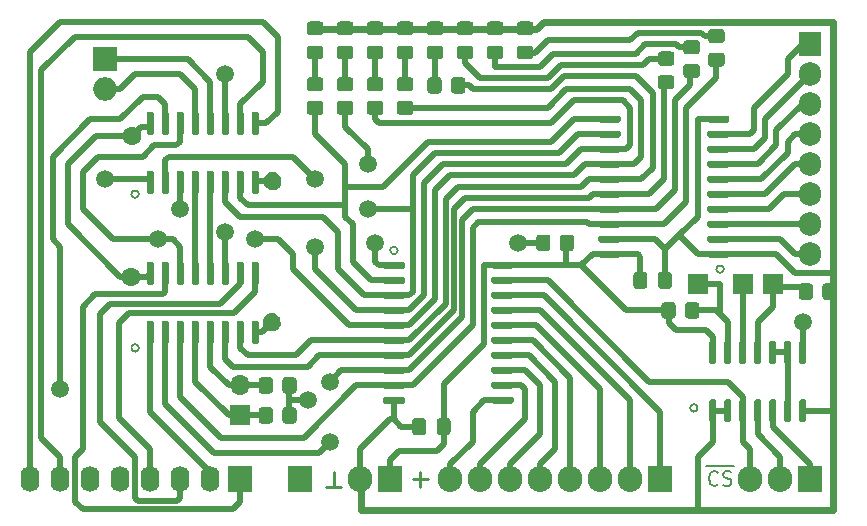
<source format=gbr>
%TF.GenerationSoftware,KiCad,Pcbnew,(5.1.8)-1*%
%TF.CreationDate,2025-01-30T22:58:19+03:00*%
%TF.ProjectId,Reg,5265672e-6b69-4636-9164-5f7063625858,rev?*%
%TF.SameCoordinates,Original*%
%TF.FileFunction,Copper,L1,Top*%
%TF.FilePolarity,Positive*%
%FSLAX46Y46*%
G04 Gerber Fmt 4.6, Leading zero omitted, Abs format (unit mm)*
G04 Created by KiCad (PCBNEW (5.1.8)-1) date 2025-01-30 22:58:19*
%MOMM*%
%LPD*%
G01*
G04 APERTURE LIST*
%TA.AperFunction,NonConductor*%
%ADD10C,0.200000*%
%TD*%
%TA.AperFunction,ComponentPad*%
%ADD11O,1.900000X2.000000*%
%TD*%
%TA.AperFunction,ComponentPad*%
%ADD12R,1.900000X2.000000*%
%TD*%
%TA.AperFunction,ComponentPad*%
%ADD13R,1.700000X1.700000*%
%TD*%
%TA.AperFunction,ComponentPad*%
%ADD14C,1.600000*%
%TD*%
%TA.AperFunction,ComponentPad*%
%ADD15R,2.100000X2.200000*%
%TD*%
%TA.AperFunction,ComponentPad*%
%ADD16O,1.600000X2.200000*%
%TD*%
%TA.AperFunction,ComponentPad*%
%ADD17O,2.100000X2.200000*%
%TD*%
%TA.AperFunction,ComponentPad*%
%ADD18O,2.000000X2.000000*%
%TD*%
%TA.AperFunction,ComponentPad*%
%ADD19R,2.000000X2.000000*%
%TD*%
%TA.AperFunction,ComponentPad*%
%ADD20O,1.700000X1.700000*%
%TD*%
%TA.AperFunction,ViaPad*%
%ADD21C,1.500000*%
%TD*%
%TA.AperFunction,Conductor*%
%ADD22C,0.250000*%
%TD*%
%TA.AperFunction,Conductor*%
%ADD23C,0.500000*%
%TD*%
%TA.AperFunction,Conductor*%
%ADD24C,0.600000*%
%TD*%
G04 APERTURE END LIST*
D10*
X112077500Y-35560000D02*
G75*
G03*
X112077500Y-35560000I-317500J0D01*
G01*
X62547500Y-42227500D02*
G75*
G03*
X62547500Y-42227500I-317500J0D01*
G01*
X110588571Y-52216000D02*
X111788571Y-52216000D01*
X111560000Y-53768571D02*
X111502857Y-53825714D01*
X111331428Y-53882857D01*
X111217142Y-53882857D01*
X111045714Y-53825714D01*
X110931428Y-53711428D01*
X110874285Y-53597142D01*
X110817142Y-53368571D01*
X110817142Y-53197142D01*
X110874285Y-52968571D01*
X110931428Y-52854285D01*
X111045714Y-52740000D01*
X111217142Y-52682857D01*
X111331428Y-52682857D01*
X111502857Y-52740000D01*
X111560000Y-52797142D01*
X111788571Y-52216000D02*
X112931428Y-52216000D01*
X112017142Y-53825714D02*
X112188571Y-53882857D01*
X112474285Y-53882857D01*
X112588571Y-53825714D01*
X112645714Y-53768571D01*
X112702857Y-53654285D01*
X112702857Y-53540000D01*
X112645714Y-53425714D01*
X112588571Y-53368571D01*
X112474285Y-53311428D01*
X112245714Y-53254285D01*
X112131428Y-53197142D01*
X112074285Y-53140000D01*
X112017142Y-53025714D01*
X112017142Y-52911428D01*
X112074285Y-52797142D01*
X112131428Y-52740000D01*
X112245714Y-52682857D01*
X112531428Y-52682857D01*
X112702857Y-52740000D01*
X84455000Y-33972500D02*
G75*
G03*
X84455000Y-33972500I-317500J0D01*
G01*
X109855000Y-47307500D02*
G75*
G03*
X109855000Y-47307500I-317500J0D01*
G01*
X62547500Y-29210000D02*
G75*
G03*
X62547500Y-29210000I-317500J0D01*
G01*
%TO.P,R1,2*%
%TO.N,VCC*%
%TA.AperFunction,SMDPad,CuDef*%
G36*
G01*
X98190000Y-33787501D02*
X98190000Y-32887499D01*
G75*
G02*
X98439999Y-32637500I249999J0D01*
G01*
X99140001Y-32637500D01*
G75*
G02*
X99390000Y-32887499I0J-249999D01*
G01*
X99390000Y-33787501D01*
G75*
G02*
X99140001Y-34037500I-249999J0D01*
G01*
X98439999Y-34037500D01*
G75*
G02*
X98190000Y-33787501I0J249999D01*
G01*
G37*
%TD.AperFunction*%
%TO.P,R1,1*%
%TO.N,Net-(R1-Pad1)*%
%TA.AperFunction,SMDPad,CuDef*%
G36*
G01*
X96190000Y-33787501D02*
X96190000Y-32887499D01*
G75*
G02*
X96439999Y-32637500I249999J0D01*
G01*
X97140001Y-32637500D01*
G75*
G02*
X97390000Y-32887499I0J-249999D01*
G01*
X97390000Y-33787501D01*
G75*
G02*
X97140001Y-34037500I-249999J0D01*
G01*
X96439999Y-34037500D01*
G75*
G02*
X96190000Y-33787501I0J249999D01*
G01*
G37*
%TD.AperFunction*%
%TD*%
%TO.P,C4,2*%
%TO.N,GND*%
%TA.AperFunction,SMDPad,CuDef*%
G36*
G01*
X106495000Y-36987500D02*
X106495000Y-36037500D01*
G75*
G02*
X106745000Y-35787500I250000J0D01*
G01*
X107420000Y-35787500D01*
G75*
G02*
X107670000Y-36037500I0J-250000D01*
G01*
X107670000Y-36987500D01*
G75*
G02*
X107420000Y-37237500I-250000J0D01*
G01*
X106745000Y-37237500D01*
G75*
G02*
X106495000Y-36987500I0J250000D01*
G01*
G37*
%TD.AperFunction*%
%TO.P,C4,1*%
%TO.N,VCC*%
%TA.AperFunction,SMDPad,CuDef*%
G36*
G01*
X104420000Y-36987500D02*
X104420000Y-36037500D01*
G75*
G02*
X104670000Y-35787500I250000J0D01*
G01*
X105345000Y-35787500D01*
G75*
G02*
X105595000Y-36037500I0J-250000D01*
G01*
X105595000Y-36987500D01*
G75*
G02*
X105345000Y-37237500I-250000J0D01*
G01*
X104670000Y-37237500D01*
G75*
G02*
X104420000Y-36987500I0J250000D01*
G01*
G37*
%TD.AperFunction*%
%TD*%
%TO.P,U5,20*%
%TO.N,VCC*%
%TA.AperFunction,SMDPad,CuDef*%
G36*
G01*
X103347500Y-34140000D02*
X103347500Y-34440000D01*
G75*
G02*
X103197500Y-34590000I-150000J0D01*
G01*
X101597500Y-34590000D01*
G75*
G02*
X101447500Y-34440000I0J150000D01*
G01*
X101447500Y-34140000D01*
G75*
G02*
X101597500Y-33990000I150000J0D01*
G01*
X103197500Y-33990000D01*
G75*
G02*
X103347500Y-34140000I0J-150000D01*
G01*
G37*
%TD.AperFunction*%
%TO.P,U5,19*%
%TO.N,GND*%
%TA.AperFunction,SMDPad,CuDef*%
G36*
G01*
X103347500Y-32870000D02*
X103347500Y-33170000D01*
G75*
G02*
X103197500Y-33320000I-150000J0D01*
G01*
X101597500Y-33320000D01*
G75*
G02*
X101447500Y-33170000I0J150000D01*
G01*
X101447500Y-32870000D01*
G75*
G02*
X101597500Y-32720000I150000J0D01*
G01*
X103197500Y-32720000D01*
G75*
G02*
X103347500Y-32870000I0J-150000D01*
G01*
G37*
%TD.AperFunction*%
%TO.P,U5,18*%
%TO.N,/L0*%
%TA.AperFunction,SMDPad,CuDef*%
G36*
G01*
X103347500Y-31600000D02*
X103347500Y-31900000D01*
G75*
G02*
X103197500Y-32050000I-150000J0D01*
G01*
X101597500Y-32050000D01*
G75*
G02*
X101447500Y-31900000I0J150000D01*
G01*
X101447500Y-31600000D01*
G75*
G02*
X101597500Y-31450000I150000J0D01*
G01*
X103197500Y-31450000D01*
G75*
G02*
X103347500Y-31600000I0J-150000D01*
G01*
G37*
%TD.AperFunction*%
%TO.P,U5,17*%
%TO.N,/L1*%
%TA.AperFunction,SMDPad,CuDef*%
G36*
G01*
X103347500Y-30330000D02*
X103347500Y-30630000D01*
G75*
G02*
X103197500Y-30780000I-150000J0D01*
G01*
X101597500Y-30780000D01*
G75*
G02*
X101447500Y-30630000I0J150000D01*
G01*
X101447500Y-30330000D01*
G75*
G02*
X101597500Y-30180000I150000J0D01*
G01*
X103197500Y-30180000D01*
G75*
G02*
X103347500Y-30330000I0J-150000D01*
G01*
G37*
%TD.AperFunction*%
%TO.P,U5,16*%
%TO.N,/L2*%
%TA.AperFunction,SMDPad,CuDef*%
G36*
G01*
X103347500Y-29060000D02*
X103347500Y-29360000D01*
G75*
G02*
X103197500Y-29510000I-150000J0D01*
G01*
X101597500Y-29510000D01*
G75*
G02*
X101447500Y-29360000I0J150000D01*
G01*
X101447500Y-29060000D01*
G75*
G02*
X101597500Y-28910000I150000J0D01*
G01*
X103197500Y-28910000D01*
G75*
G02*
X103347500Y-29060000I0J-150000D01*
G01*
G37*
%TD.AperFunction*%
%TO.P,U5,15*%
%TO.N,/L3*%
%TA.AperFunction,SMDPad,CuDef*%
G36*
G01*
X103347500Y-27790000D02*
X103347500Y-28090000D01*
G75*
G02*
X103197500Y-28240000I-150000J0D01*
G01*
X101597500Y-28240000D01*
G75*
G02*
X101447500Y-28090000I0J150000D01*
G01*
X101447500Y-27790000D01*
G75*
G02*
X101597500Y-27640000I150000J0D01*
G01*
X103197500Y-27640000D01*
G75*
G02*
X103347500Y-27790000I0J-150000D01*
G01*
G37*
%TD.AperFunction*%
%TO.P,U5,14*%
%TO.N,/L4*%
%TA.AperFunction,SMDPad,CuDef*%
G36*
G01*
X103347500Y-26520000D02*
X103347500Y-26820000D01*
G75*
G02*
X103197500Y-26970000I-150000J0D01*
G01*
X101597500Y-26970000D01*
G75*
G02*
X101447500Y-26820000I0J150000D01*
G01*
X101447500Y-26520000D01*
G75*
G02*
X101597500Y-26370000I150000J0D01*
G01*
X103197500Y-26370000D01*
G75*
G02*
X103347500Y-26520000I0J-150000D01*
G01*
G37*
%TD.AperFunction*%
%TO.P,U5,13*%
%TO.N,/L5*%
%TA.AperFunction,SMDPad,CuDef*%
G36*
G01*
X103347500Y-25250000D02*
X103347500Y-25550000D01*
G75*
G02*
X103197500Y-25700000I-150000J0D01*
G01*
X101597500Y-25700000D01*
G75*
G02*
X101447500Y-25550000I0J150000D01*
G01*
X101447500Y-25250000D01*
G75*
G02*
X101597500Y-25100000I150000J0D01*
G01*
X103197500Y-25100000D01*
G75*
G02*
X103347500Y-25250000I0J-150000D01*
G01*
G37*
%TD.AperFunction*%
%TO.P,U5,12*%
%TO.N,/L6*%
%TA.AperFunction,SMDPad,CuDef*%
G36*
G01*
X103347500Y-23980000D02*
X103347500Y-24280000D01*
G75*
G02*
X103197500Y-24430000I-150000J0D01*
G01*
X101597500Y-24430000D01*
G75*
G02*
X101447500Y-24280000I0J150000D01*
G01*
X101447500Y-23980000D01*
G75*
G02*
X101597500Y-23830000I150000J0D01*
G01*
X103197500Y-23830000D01*
G75*
G02*
X103347500Y-23980000I0J-150000D01*
G01*
G37*
%TD.AperFunction*%
%TO.P,U5,11*%
%TO.N,/L7*%
%TA.AperFunction,SMDPad,CuDef*%
G36*
G01*
X103347500Y-22710000D02*
X103347500Y-23010000D01*
G75*
G02*
X103197500Y-23160000I-150000J0D01*
G01*
X101597500Y-23160000D01*
G75*
G02*
X101447500Y-23010000I0J150000D01*
G01*
X101447500Y-22710000D01*
G75*
G02*
X101597500Y-22560000I150000J0D01*
G01*
X103197500Y-22560000D01*
G75*
G02*
X103347500Y-22710000I0J-150000D01*
G01*
G37*
%TD.AperFunction*%
%TO.P,U5,10*%
%TO.N,GND*%
%TA.AperFunction,SMDPad,CuDef*%
G36*
G01*
X112547500Y-22710000D02*
X112547500Y-23010000D01*
G75*
G02*
X112397500Y-23160000I-150000J0D01*
G01*
X110797500Y-23160000D01*
G75*
G02*
X110647500Y-23010000I0J150000D01*
G01*
X110647500Y-22710000D01*
G75*
G02*
X110797500Y-22560000I150000J0D01*
G01*
X112397500Y-22560000D01*
G75*
G02*
X112547500Y-22710000I0J-150000D01*
G01*
G37*
%TD.AperFunction*%
%TO.P,U5,9*%
%TO.N,/AQ7*%
%TA.AperFunction,SMDPad,CuDef*%
G36*
G01*
X112547500Y-23980000D02*
X112547500Y-24280000D01*
G75*
G02*
X112397500Y-24430000I-150000J0D01*
G01*
X110797500Y-24430000D01*
G75*
G02*
X110647500Y-24280000I0J150000D01*
G01*
X110647500Y-23980000D01*
G75*
G02*
X110797500Y-23830000I150000J0D01*
G01*
X112397500Y-23830000D01*
G75*
G02*
X112547500Y-23980000I0J-150000D01*
G01*
G37*
%TD.AperFunction*%
%TO.P,U5,8*%
%TO.N,/AQ6*%
%TA.AperFunction,SMDPad,CuDef*%
G36*
G01*
X112547500Y-25250000D02*
X112547500Y-25550000D01*
G75*
G02*
X112397500Y-25700000I-150000J0D01*
G01*
X110797500Y-25700000D01*
G75*
G02*
X110647500Y-25550000I0J150000D01*
G01*
X110647500Y-25250000D01*
G75*
G02*
X110797500Y-25100000I150000J0D01*
G01*
X112397500Y-25100000D01*
G75*
G02*
X112547500Y-25250000I0J-150000D01*
G01*
G37*
%TD.AperFunction*%
%TO.P,U5,7*%
%TO.N,/AQ5*%
%TA.AperFunction,SMDPad,CuDef*%
G36*
G01*
X112547500Y-26520000D02*
X112547500Y-26820000D01*
G75*
G02*
X112397500Y-26970000I-150000J0D01*
G01*
X110797500Y-26970000D01*
G75*
G02*
X110647500Y-26820000I0J150000D01*
G01*
X110647500Y-26520000D01*
G75*
G02*
X110797500Y-26370000I150000J0D01*
G01*
X112397500Y-26370000D01*
G75*
G02*
X112547500Y-26520000I0J-150000D01*
G01*
G37*
%TD.AperFunction*%
%TO.P,U5,6*%
%TO.N,/AQ4*%
%TA.AperFunction,SMDPad,CuDef*%
G36*
G01*
X112547500Y-27790000D02*
X112547500Y-28090000D01*
G75*
G02*
X112397500Y-28240000I-150000J0D01*
G01*
X110797500Y-28240000D01*
G75*
G02*
X110647500Y-28090000I0J150000D01*
G01*
X110647500Y-27790000D01*
G75*
G02*
X110797500Y-27640000I150000J0D01*
G01*
X112397500Y-27640000D01*
G75*
G02*
X112547500Y-27790000I0J-150000D01*
G01*
G37*
%TD.AperFunction*%
%TO.P,U5,5*%
%TO.N,/AQ3*%
%TA.AperFunction,SMDPad,CuDef*%
G36*
G01*
X112547500Y-29060000D02*
X112547500Y-29360000D01*
G75*
G02*
X112397500Y-29510000I-150000J0D01*
G01*
X110797500Y-29510000D01*
G75*
G02*
X110647500Y-29360000I0J150000D01*
G01*
X110647500Y-29060000D01*
G75*
G02*
X110797500Y-28910000I150000J0D01*
G01*
X112397500Y-28910000D01*
G75*
G02*
X112547500Y-29060000I0J-150000D01*
G01*
G37*
%TD.AperFunction*%
%TO.P,U5,4*%
%TO.N,/AQ2*%
%TA.AperFunction,SMDPad,CuDef*%
G36*
G01*
X112547500Y-30330000D02*
X112547500Y-30630000D01*
G75*
G02*
X112397500Y-30780000I-150000J0D01*
G01*
X110797500Y-30780000D01*
G75*
G02*
X110647500Y-30630000I0J150000D01*
G01*
X110647500Y-30330000D01*
G75*
G02*
X110797500Y-30180000I150000J0D01*
G01*
X112397500Y-30180000D01*
G75*
G02*
X112547500Y-30330000I0J-150000D01*
G01*
G37*
%TD.AperFunction*%
%TO.P,U5,3*%
%TO.N,/AQ1*%
%TA.AperFunction,SMDPad,CuDef*%
G36*
G01*
X112547500Y-31600000D02*
X112547500Y-31900000D01*
G75*
G02*
X112397500Y-32050000I-150000J0D01*
G01*
X110797500Y-32050000D01*
G75*
G02*
X110647500Y-31900000I0J150000D01*
G01*
X110647500Y-31600000D01*
G75*
G02*
X110797500Y-31450000I150000J0D01*
G01*
X112397500Y-31450000D01*
G75*
G02*
X112547500Y-31600000I0J-150000D01*
G01*
G37*
%TD.AperFunction*%
%TO.P,U5,2*%
%TO.N,/AQ0*%
%TA.AperFunction,SMDPad,CuDef*%
G36*
G01*
X112547500Y-32870000D02*
X112547500Y-33170000D01*
G75*
G02*
X112397500Y-33320000I-150000J0D01*
G01*
X110797500Y-33320000D01*
G75*
G02*
X110647500Y-33170000I0J150000D01*
G01*
X110647500Y-32870000D01*
G75*
G02*
X110797500Y-32720000I150000J0D01*
G01*
X112397500Y-32720000D01*
G75*
G02*
X112547500Y-32870000I0J-150000D01*
G01*
G37*
%TD.AperFunction*%
%TO.P,U5,1*%
%TO.N,GND*%
%TA.AperFunction,SMDPad,CuDef*%
G36*
G01*
X112547500Y-34140000D02*
X112547500Y-34440000D01*
G75*
G02*
X112397500Y-34590000I-150000J0D01*
G01*
X110797500Y-34590000D01*
G75*
G02*
X110647500Y-34440000I0J150000D01*
G01*
X110647500Y-34140000D01*
G75*
G02*
X110797500Y-33990000I150000J0D01*
G01*
X112397500Y-33990000D01*
G75*
G02*
X112547500Y-34140000I0J-150000D01*
G01*
G37*
%TD.AperFunction*%
%TD*%
D11*
%TO.P,J11,8*%
%TO.N,/AQ0*%
X119380000Y-34290000D03*
%TO.P,J11,7*%
%TO.N,/AQ1*%
X119380000Y-31750000D03*
%TO.P,J11,6*%
%TO.N,/AQ2*%
X119380000Y-29210000D03*
%TO.P,J11,5*%
%TO.N,/AQ3*%
X119380000Y-26670000D03*
%TO.P,J11,4*%
%TO.N,/AQ4*%
X119380000Y-24130000D03*
%TO.P,J11,3*%
%TO.N,/AQ5*%
X119380000Y-21590000D03*
%TO.P,J11,2*%
%TO.N,/AQ6*%
X119380000Y-19050000D03*
D12*
%TO.P,J11,1*%
%TO.N,/AQ7*%
X119380000Y-16510000D03*
%TD*%
%TO.P,R13,2*%
%TO.N,/~MLOAD*%
%TA.AperFunction,SMDPad,CuDef*%
G36*
G01*
X108794500Y-39502501D02*
X108794500Y-38602499D01*
G75*
G02*
X109044499Y-38352500I249999J0D01*
G01*
X109744501Y-38352500D01*
G75*
G02*
X109994500Y-38602499I0J-249999D01*
G01*
X109994500Y-39502501D01*
G75*
G02*
X109744501Y-39752500I-249999J0D01*
G01*
X109044499Y-39752500D01*
G75*
G02*
X108794500Y-39502501I0J249999D01*
G01*
G37*
%TD.AperFunction*%
%TO.P,R13,1*%
%TO.N,VCC*%
%TA.AperFunction,SMDPad,CuDef*%
G36*
G01*
X106794500Y-39502501D02*
X106794500Y-38602499D01*
G75*
G02*
X107044499Y-38352500I249999J0D01*
G01*
X107744501Y-38352500D01*
G75*
G02*
X107994500Y-38602499I0J-249999D01*
G01*
X107994500Y-39502501D01*
G75*
G02*
X107744501Y-39752500I-249999J0D01*
G01*
X107044499Y-39752500D01*
G75*
G02*
X106794500Y-39502501I0J249999D01*
G01*
G37*
%TD.AperFunction*%
%TD*%
D13*
%TO.P,J10,1*%
%TO.N,Net-(J10-Pad1)*%
X113665000Y-36830000D03*
%TD*%
%TO.P,J9,1*%
%TO.N,/~MLOAD*%
X109855000Y-36830000D03*
%TD*%
%TO.P,R12,2*%
%TO.N,/MLOAD*%
%TA.AperFunction,SMDPad,CuDef*%
G36*
G01*
X119615000Y-37014999D02*
X119615000Y-37915001D01*
G75*
G02*
X119365001Y-38165000I-249999J0D01*
G01*
X118664999Y-38165000D01*
G75*
G02*
X118415000Y-37915001I0J249999D01*
G01*
X118415000Y-37014999D01*
G75*
G02*
X118664999Y-36765000I249999J0D01*
G01*
X119365001Y-36765000D01*
G75*
G02*
X119615000Y-37014999I0J-249999D01*
G01*
G37*
%TD.AperFunction*%
%TO.P,R12,1*%
%TO.N,GND*%
%TA.AperFunction,SMDPad,CuDef*%
G36*
G01*
X121615000Y-37014999D02*
X121615000Y-37915001D01*
G75*
G02*
X121365001Y-38165000I-249999J0D01*
G01*
X120664999Y-38165000D01*
G75*
G02*
X120415000Y-37915001I0J249999D01*
G01*
X120415000Y-37014999D01*
G75*
G02*
X120664999Y-36765000I249999J0D01*
G01*
X121365001Y-36765000D01*
G75*
G02*
X121615000Y-37014999I0J-249999D01*
G01*
G37*
%TD.AperFunction*%
%TD*%
%TO.P,J8,1*%
%TO.N,/MLOAD*%
X116205000Y-36830000D03*
%TD*%
%TO.P,R11,2*%
%TO.N,VCC*%
%TA.AperFunction,SMDPad,CuDef*%
G36*
G01*
X74695000Y-45852501D02*
X74695000Y-44952499D01*
G75*
G02*
X74944999Y-44702500I249999J0D01*
G01*
X75645001Y-44702500D01*
G75*
G02*
X75895000Y-44952499I0J-249999D01*
G01*
X75895000Y-45852501D01*
G75*
G02*
X75645001Y-46102500I-249999J0D01*
G01*
X74944999Y-46102500D01*
G75*
G02*
X74695000Y-45852501I0J249999D01*
G01*
G37*
%TD.AperFunction*%
%TO.P,R11,1*%
%TO.N,/Up*%
%TA.AperFunction,SMDPad,CuDef*%
G36*
G01*
X72695000Y-45852501D02*
X72695000Y-44952499D01*
G75*
G02*
X72944999Y-44702500I249999J0D01*
G01*
X73645001Y-44702500D01*
G75*
G02*
X73895000Y-44952499I0J-249999D01*
G01*
X73895000Y-45852501D01*
G75*
G02*
X73645001Y-46102500I-249999J0D01*
G01*
X72944999Y-46102500D01*
G75*
G02*
X72695000Y-45852501I0J249999D01*
G01*
G37*
%TD.AperFunction*%
%TD*%
%TO.P,R10,2*%
%TO.N,VCC*%
%TA.AperFunction,SMDPad,CuDef*%
G36*
G01*
X74695000Y-48392501D02*
X74695000Y-47492499D01*
G75*
G02*
X74944999Y-47242500I249999J0D01*
G01*
X75645001Y-47242500D01*
G75*
G02*
X75895000Y-47492499I0J-249999D01*
G01*
X75895000Y-48392501D01*
G75*
G02*
X75645001Y-48642500I-249999J0D01*
G01*
X74944999Y-48642500D01*
G75*
G02*
X74695000Y-48392501I0J249999D01*
G01*
G37*
%TD.AperFunction*%
%TO.P,R10,1*%
%TO.N,/Down*%
%TA.AperFunction,SMDPad,CuDef*%
G36*
G01*
X72695000Y-48392501D02*
X72695000Y-47492499D01*
G75*
G02*
X72944999Y-47242500I249999J0D01*
G01*
X73645001Y-47242500D01*
G75*
G02*
X73895000Y-47492499I0J-249999D01*
G01*
X73895000Y-48392501D01*
G75*
G02*
X73645001Y-48642500I-249999J0D01*
G01*
X72944999Y-48642500D01*
G75*
G02*
X72695000Y-48392501I0J249999D01*
G01*
G37*
%TD.AperFunction*%
%TD*%
%TO.P,C3,2*%
%TO.N,GND*%
%TA.AperFunction,ComponentPad*%
G36*
G01*
X73039861Y-39810498D02*
X73039861Y-39810498D01*
G75*
G02*
X74047920Y-39296867I760845J-247214D01*
G01*
X74047920Y-39296867D01*
G75*
G02*
X74561551Y-40304926I-247214J-760845D01*
G01*
X74561551Y-40304926D01*
G75*
G02*
X73553492Y-40818557I-760845J247214D01*
G01*
X73553492Y-40818557D01*
G75*
G02*
X73039861Y-39810498I247214J760845D01*
G01*
G37*
%TD.AperFunction*%
D14*
%TO.P,C3,1*%
%TO.N,VCC*%
X61912500Y-36195000D03*
%TD*%
%TO.P,C1,2*%
%TO.N,GND*%
%TA.AperFunction,ComponentPad*%
G36*
G01*
X73103361Y-27872498D02*
X73103361Y-27872498D01*
G75*
G02*
X74111420Y-27358867I760845J-247214D01*
G01*
X74111420Y-27358867D01*
G75*
G02*
X74625051Y-28366926I-247214J-760845D01*
G01*
X74625051Y-28366926D01*
G75*
G02*
X73616992Y-28880557I-760845J247214D01*
G01*
X73616992Y-28880557D01*
G75*
G02*
X73103361Y-27872498I247214J760845D01*
G01*
G37*
%TD.AperFunction*%
%TO.P,C1,1*%
%TO.N,VCC*%
X61976000Y-24257000D03*
%TD*%
%TO.P,U4,16*%
%TO.N,VCC*%
%TA.AperFunction,SMDPad,CuDef*%
G36*
G01*
X63650000Y-24217500D02*
X63350000Y-24217500D01*
G75*
G02*
X63200000Y-24067500I0J150000D01*
G01*
X63200000Y-22367500D01*
G75*
G02*
X63350000Y-22217500I150000J0D01*
G01*
X63650000Y-22217500D01*
G75*
G02*
X63800000Y-22367500I0J-150000D01*
G01*
X63800000Y-24067500D01*
G75*
G02*
X63650000Y-24217500I-150000J0D01*
G01*
G37*
%TD.AperFunction*%
%TO.P,U4,15*%
%TO.N,/D4*%
%TA.AperFunction,SMDPad,CuDef*%
G36*
G01*
X64920000Y-24217500D02*
X64620000Y-24217500D01*
G75*
G02*
X64470000Y-24067500I0J150000D01*
G01*
X64470000Y-22367500D01*
G75*
G02*
X64620000Y-22217500I150000J0D01*
G01*
X64920000Y-22217500D01*
G75*
G02*
X65070000Y-22367500I0J-150000D01*
G01*
X65070000Y-24067500D01*
G75*
G02*
X64920000Y-24217500I-150000J0D01*
G01*
G37*
%TD.AperFunction*%
%TO.P,U4,14*%
%TO.N,/Res*%
%TA.AperFunction,SMDPad,CuDef*%
G36*
G01*
X66190000Y-24217500D02*
X65890000Y-24217500D01*
G75*
G02*
X65740000Y-24067500I0J150000D01*
G01*
X65740000Y-22367500D01*
G75*
G02*
X65890000Y-22217500I150000J0D01*
G01*
X66190000Y-22217500D01*
G75*
G02*
X66340000Y-22367500I0J-150000D01*
G01*
X66340000Y-24067500D01*
G75*
G02*
X66190000Y-24217500I-150000J0D01*
G01*
G37*
%TD.AperFunction*%
%TO.P,U4,13*%
%TO.N,/DownOut*%
%TA.AperFunction,SMDPad,CuDef*%
G36*
G01*
X67460000Y-24217500D02*
X67160000Y-24217500D01*
G75*
G02*
X67010000Y-24067500I0J150000D01*
G01*
X67010000Y-22367500D01*
G75*
G02*
X67160000Y-22217500I150000J0D01*
G01*
X67460000Y-22217500D01*
G75*
G02*
X67610000Y-22367500I0J-150000D01*
G01*
X67610000Y-24067500D01*
G75*
G02*
X67460000Y-24217500I-150000J0D01*
G01*
G37*
%TD.AperFunction*%
%TO.P,U4,12*%
%TO.N,/UpOut*%
%TA.AperFunction,SMDPad,CuDef*%
G36*
G01*
X68730000Y-24217500D02*
X68430000Y-24217500D01*
G75*
G02*
X68280000Y-24067500I0J150000D01*
G01*
X68280000Y-22367500D01*
G75*
G02*
X68430000Y-22217500I150000J0D01*
G01*
X68730000Y-22217500D01*
G75*
G02*
X68880000Y-22367500I0J-150000D01*
G01*
X68880000Y-24067500D01*
G75*
G02*
X68730000Y-24217500I-150000J0D01*
G01*
G37*
%TD.AperFunction*%
%TO.P,U4,11*%
%TO.N,/~LOAD*%
%TA.AperFunction,SMDPad,CuDef*%
G36*
G01*
X70000000Y-24217500D02*
X69700000Y-24217500D01*
G75*
G02*
X69550000Y-24067500I0J150000D01*
G01*
X69550000Y-22367500D01*
G75*
G02*
X69700000Y-22217500I150000J0D01*
G01*
X70000000Y-22217500D01*
G75*
G02*
X70150000Y-22367500I0J-150000D01*
G01*
X70150000Y-24067500D01*
G75*
G02*
X70000000Y-24217500I-150000J0D01*
G01*
G37*
%TD.AperFunction*%
%TO.P,U4,10*%
%TO.N,/D6*%
%TA.AperFunction,SMDPad,CuDef*%
G36*
G01*
X71270000Y-24217500D02*
X70970000Y-24217500D01*
G75*
G02*
X70820000Y-24067500I0J150000D01*
G01*
X70820000Y-22367500D01*
G75*
G02*
X70970000Y-22217500I150000J0D01*
G01*
X71270000Y-22217500D01*
G75*
G02*
X71420000Y-22367500I0J-150000D01*
G01*
X71420000Y-24067500D01*
G75*
G02*
X71270000Y-24217500I-150000J0D01*
G01*
G37*
%TD.AperFunction*%
%TO.P,U4,9*%
%TO.N,/D7*%
%TA.AperFunction,SMDPad,CuDef*%
G36*
G01*
X72540000Y-24217500D02*
X72240000Y-24217500D01*
G75*
G02*
X72090000Y-24067500I0J150000D01*
G01*
X72090000Y-22367500D01*
G75*
G02*
X72240000Y-22217500I150000J0D01*
G01*
X72540000Y-22217500D01*
G75*
G02*
X72690000Y-22367500I0J-150000D01*
G01*
X72690000Y-24067500D01*
G75*
G02*
X72540000Y-24217500I-150000J0D01*
G01*
G37*
%TD.AperFunction*%
%TO.P,U4,8*%
%TO.N,GND*%
%TA.AperFunction,SMDPad,CuDef*%
G36*
G01*
X72540000Y-29217500D02*
X72240000Y-29217500D01*
G75*
G02*
X72090000Y-29067500I0J150000D01*
G01*
X72090000Y-27367500D01*
G75*
G02*
X72240000Y-27217500I150000J0D01*
G01*
X72540000Y-27217500D01*
G75*
G02*
X72690000Y-27367500I0J-150000D01*
G01*
X72690000Y-29067500D01*
G75*
G02*
X72540000Y-29217500I-150000J0D01*
G01*
G37*
%TD.AperFunction*%
%TO.P,U4,7*%
%TO.N,/L7*%
%TA.AperFunction,SMDPad,CuDef*%
G36*
G01*
X71270000Y-29217500D02*
X70970000Y-29217500D01*
G75*
G02*
X70820000Y-29067500I0J150000D01*
G01*
X70820000Y-27367500D01*
G75*
G02*
X70970000Y-27217500I150000J0D01*
G01*
X71270000Y-27217500D01*
G75*
G02*
X71420000Y-27367500I0J-150000D01*
G01*
X71420000Y-29067500D01*
G75*
G02*
X71270000Y-29217500I-150000J0D01*
G01*
G37*
%TD.AperFunction*%
%TO.P,U4,6*%
%TO.N,/L6*%
%TA.AperFunction,SMDPad,CuDef*%
G36*
G01*
X70000000Y-29217500D02*
X69700000Y-29217500D01*
G75*
G02*
X69550000Y-29067500I0J150000D01*
G01*
X69550000Y-27367500D01*
G75*
G02*
X69700000Y-27217500I150000J0D01*
G01*
X70000000Y-27217500D01*
G75*
G02*
X70150000Y-27367500I0J-150000D01*
G01*
X70150000Y-29067500D01*
G75*
G02*
X70000000Y-29217500I-150000J0D01*
G01*
G37*
%TD.AperFunction*%
%TO.P,U4,5*%
%TO.N,/UpLH*%
%TA.AperFunction,SMDPad,CuDef*%
G36*
G01*
X68730000Y-29217500D02*
X68430000Y-29217500D01*
G75*
G02*
X68280000Y-29067500I0J150000D01*
G01*
X68280000Y-27367500D01*
G75*
G02*
X68430000Y-27217500I150000J0D01*
G01*
X68730000Y-27217500D01*
G75*
G02*
X68880000Y-27367500I0J-150000D01*
G01*
X68880000Y-29067500D01*
G75*
G02*
X68730000Y-29217500I-150000J0D01*
G01*
G37*
%TD.AperFunction*%
%TO.P,U4,4*%
%TO.N,/DownLH*%
%TA.AperFunction,SMDPad,CuDef*%
G36*
G01*
X67460000Y-29217500D02*
X67160000Y-29217500D01*
G75*
G02*
X67010000Y-29067500I0J150000D01*
G01*
X67010000Y-27367500D01*
G75*
G02*
X67160000Y-27217500I150000J0D01*
G01*
X67460000Y-27217500D01*
G75*
G02*
X67610000Y-27367500I0J-150000D01*
G01*
X67610000Y-29067500D01*
G75*
G02*
X67460000Y-29217500I-150000J0D01*
G01*
G37*
%TD.AperFunction*%
%TO.P,U4,3*%
%TO.N,/L4*%
%TA.AperFunction,SMDPad,CuDef*%
G36*
G01*
X66190000Y-29217500D02*
X65890000Y-29217500D01*
G75*
G02*
X65740000Y-29067500I0J150000D01*
G01*
X65740000Y-27367500D01*
G75*
G02*
X65890000Y-27217500I150000J0D01*
G01*
X66190000Y-27217500D01*
G75*
G02*
X66340000Y-27367500I0J-150000D01*
G01*
X66340000Y-29067500D01*
G75*
G02*
X66190000Y-29217500I-150000J0D01*
G01*
G37*
%TD.AperFunction*%
%TO.P,U4,2*%
%TO.N,/L5*%
%TA.AperFunction,SMDPad,CuDef*%
G36*
G01*
X64920000Y-29217500D02*
X64620000Y-29217500D01*
G75*
G02*
X64470000Y-29067500I0J150000D01*
G01*
X64470000Y-27367500D01*
G75*
G02*
X64620000Y-27217500I150000J0D01*
G01*
X64920000Y-27217500D01*
G75*
G02*
X65070000Y-27367500I0J-150000D01*
G01*
X65070000Y-29067500D01*
G75*
G02*
X64920000Y-29217500I-150000J0D01*
G01*
G37*
%TD.AperFunction*%
%TO.P,U4,1*%
%TO.N,/D5*%
%TA.AperFunction,SMDPad,CuDef*%
G36*
G01*
X63650000Y-29217500D02*
X63350000Y-29217500D01*
G75*
G02*
X63200000Y-29067500I0J150000D01*
G01*
X63200000Y-27367500D01*
G75*
G02*
X63350000Y-27217500I150000J0D01*
G01*
X63650000Y-27217500D01*
G75*
G02*
X63800000Y-27367500I0J-150000D01*
G01*
X63800000Y-29067500D01*
G75*
G02*
X63650000Y-29217500I-150000J0D01*
G01*
G37*
%TD.AperFunction*%
%TD*%
%TO.P,U1,16*%
%TO.N,VCC*%
%TA.AperFunction,SMDPad,CuDef*%
G36*
G01*
X63650000Y-36917500D02*
X63350000Y-36917500D01*
G75*
G02*
X63200000Y-36767500I0J150000D01*
G01*
X63200000Y-35067500D01*
G75*
G02*
X63350000Y-34917500I150000J0D01*
G01*
X63650000Y-34917500D01*
G75*
G02*
X63800000Y-35067500I0J-150000D01*
G01*
X63800000Y-36767500D01*
G75*
G02*
X63650000Y-36917500I-150000J0D01*
G01*
G37*
%TD.AperFunction*%
%TO.P,U1,15*%
%TO.N,/D0*%
%TA.AperFunction,SMDPad,CuDef*%
G36*
G01*
X64920000Y-36917500D02*
X64620000Y-36917500D01*
G75*
G02*
X64470000Y-36767500I0J150000D01*
G01*
X64470000Y-35067500D01*
G75*
G02*
X64620000Y-34917500I150000J0D01*
G01*
X64920000Y-34917500D01*
G75*
G02*
X65070000Y-35067500I0J-150000D01*
G01*
X65070000Y-36767500D01*
G75*
G02*
X64920000Y-36917500I-150000J0D01*
G01*
G37*
%TD.AperFunction*%
%TO.P,U1,14*%
%TO.N,/Res*%
%TA.AperFunction,SMDPad,CuDef*%
G36*
G01*
X66190000Y-36917500D02*
X65890000Y-36917500D01*
G75*
G02*
X65740000Y-36767500I0J150000D01*
G01*
X65740000Y-35067500D01*
G75*
G02*
X65890000Y-34917500I150000J0D01*
G01*
X66190000Y-34917500D01*
G75*
G02*
X66340000Y-35067500I0J-150000D01*
G01*
X66340000Y-36767500D01*
G75*
G02*
X66190000Y-36917500I-150000J0D01*
G01*
G37*
%TD.AperFunction*%
%TO.P,U1,13*%
%TO.N,/DownLH*%
%TA.AperFunction,SMDPad,CuDef*%
G36*
G01*
X67460000Y-36917500D02*
X67160000Y-36917500D01*
G75*
G02*
X67010000Y-36767500I0J150000D01*
G01*
X67010000Y-35067500D01*
G75*
G02*
X67160000Y-34917500I150000J0D01*
G01*
X67460000Y-34917500D01*
G75*
G02*
X67610000Y-35067500I0J-150000D01*
G01*
X67610000Y-36767500D01*
G75*
G02*
X67460000Y-36917500I-150000J0D01*
G01*
G37*
%TD.AperFunction*%
%TO.P,U1,12*%
%TO.N,/UpLH*%
%TA.AperFunction,SMDPad,CuDef*%
G36*
G01*
X68730000Y-36917500D02*
X68430000Y-36917500D01*
G75*
G02*
X68280000Y-36767500I0J150000D01*
G01*
X68280000Y-35067500D01*
G75*
G02*
X68430000Y-34917500I150000J0D01*
G01*
X68730000Y-34917500D01*
G75*
G02*
X68880000Y-35067500I0J-150000D01*
G01*
X68880000Y-36767500D01*
G75*
G02*
X68730000Y-36917500I-150000J0D01*
G01*
G37*
%TD.AperFunction*%
%TO.P,U1,11*%
%TO.N,/~LOAD*%
%TA.AperFunction,SMDPad,CuDef*%
G36*
G01*
X70000000Y-36917500D02*
X69700000Y-36917500D01*
G75*
G02*
X69550000Y-36767500I0J150000D01*
G01*
X69550000Y-35067500D01*
G75*
G02*
X69700000Y-34917500I150000J0D01*
G01*
X70000000Y-34917500D01*
G75*
G02*
X70150000Y-35067500I0J-150000D01*
G01*
X70150000Y-36767500D01*
G75*
G02*
X70000000Y-36917500I-150000J0D01*
G01*
G37*
%TD.AperFunction*%
%TO.P,U1,10*%
%TO.N,/D2*%
%TA.AperFunction,SMDPad,CuDef*%
G36*
G01*
X71270000Y-36917500D02*
X70970000Y-36917500D01*
G75*
G02*
X70820000Y-36767500I0J150000D01*
G01*
X70820000Y-35067500D01*
G75*
G02*
X70970000Y-34917500I150000J0D01*
G01*
X71270000Y-34917500D01*
G75*
G02*
X71420000Y-35067500I0J-150000D01*
G01*
X71420000Y-36767500D01*
G75*
G02*
X71270000Y-36917500I-150000J0D01*
G01*
G37*
%TD.AperFunction*%
%TO.P,U1,9*%
%TO.N,/D3*%
%TA.AperFunction,SMDPad,CuDef*%
G36*
G01*
X72540000Y-36917500D02*
X72240000Y-36917500D01*
G75*
G02*
X72090000Y-36767500I0J150000D01*
G01*
X72090000Y-35067500D01*
G75*
G02*
X72240000Y-34917500I150000J0D01*
G01*
X72540000Y-34917500D01*
G75*
G02*
X72690000Y-35067500I0J-150000D01*
G01*
X72690000Y-36767500D01*
G75*
G02*
X72540000Y-36917500I-150000J0D01*
G01*
G37*
%TD.AperFunction*%
%TO.P,U1,8*%
%TO.N,GND*%
%TA.AperFunction,SMDPad,CuDef*%
G36*
G01*
X72540000Y-41917500D02*
X72240000Y-41917500D01*
G75*
G02*
X72090000Y-41767500I0J150000D01*
G01*
X72090000Y-40067500D01*
G75*
G02*
X72240000Y-39917500I150000J0D01*
G01*
X72540000Y-39917500D01*
G75*
G02*
X72690000Y-40067500I0J-150000D01*
G01*
X72690000Y-41767500D01*
G75*
G02*
X72540000Y-41917500I-150000J0D01*
G01*
G37*
%TD.AperFunction*%
%TO.P,U1,7*%
%TO.N,/L3*%
%TA.AperFunction,SMDPad,CuDef*%
G36*
G01*
X71270000Y-41917500D02*
X70970000Y-41917500D01*
G75*
G02*
X70820000Y-41767500I0J150000D01*
G01*
X70820000Y-40067500D01*
G75*
G02*
X70970000Y-39917500I150000J0D01*
G01*
X71270000Y-39917500D01*
G75*
G02*
X71420000Y-40067500I0J-150000D01*
G01*
X71420000Y-41767500D01*
G75*
G02*
X71270000Y-41917500I-150000J0D01*
G01*
G37*
%TD.AperFunction*%
%TO.P,U1,6*%
%TO.N,/L2*%
%TA.AperFunction,SMDPad,CuDef*%
G36*
G01*
X70000000Y-41917500D02*
X69700000Y-41917500D01*
G75*
G02*
X69550000Y-41767500I0J150000D01*
G01*
X69550000Y-40067500D01*
G75*
G02*
X69700000Y-39917500I150000J0D01*
G01*
X70000000Y-39917500D01*
G75*
G02*
X70150000Y-40067500I0J-150000D01*
G01*
X70150000Y-41767500D01*
G75*
G02*
X70000000Y-41917500I-150000J0D01*
G01*
G37*
%TD.AperFunction*%
%TO.P,U1,5*%
%TO.N,/Up*%
%TA.AperFunction,SMDPad,CuDef*%
G36*
G01*
X68730000Y-41917500D02*
X68430000Y-41917500D01*
G75*
G02*
X68280000Y-41767500I0J150000D01*
G01*
X68280000Y-40067500D01*
G75*
G02*
X68430000Y-39917500I150000J0D01*
G01*
X68730000Y-39917500D01*
G75*
G02*
X68880000Y-40067500I0J-150000D01*
G01*
X68880000Y-41767500D01*
G75*
G02*
X68730000Y-41917500I-150000J0D01*
G01*
G37*
%TD.AperFunction*%
%TO.P,U1,4*%
%TO.N,/Down*%
%TA.AperFunction,SMDPad,CuDef*%
G36*
G01*
X67460000Y-41917500D02*
X67160000Y-41917500D01*
G75*
G02*
X67010000Y-41767500I0J150000D01*
G01*
X67010000Y-40067500D01*
G75*
G02*
X67160000Y-39917500I150000J0D01*
G01*
X67460000Y-39917500D01*
G75*
G02*
X67610000Y-40067500I0J-150000D01*
G01*
X67610000Y-41767500D01*
G75*
G02*
X67460000Y-41917500I-150000J0D01*
G01*
G37*
%TD.AperFunction*%
%TO.P,U1,3*%
%TO.N,/L0*%
%TA.AperFunction,SMDPad,CuDef*%
G36*
G01*
X66190000Y-41917500D02*
X65890000Y-41917500D01*
G75*
G02*
X65740000Y-41767500I0J150000D01*
G01*
X65740000Y-40067500D01*
G75*
G02*
X65890000Y-39917500I150000J0D01*
G01*
X66190000Y-39917500D01*
G75*
G02*
X66340000Y-40067500I0J-150000D01*
G01*
X66340000Y-41767500D01*
G75*
G02*
X66190000Y-41917500I-150000J0D01*
G01*
G37*
%TD.AperFunction*%
%TO.P,U1,2*%
%TO.N,/L1*%
%TA.AperFunction,SMDPad,CuDef*%
G36*
G01*
X64920000Y-41917500D02*
X64620000Y-41917500D01*
G75*
G02*
X64470000Y-41767500I0J150000D01*
G01*
X64470000Y-40067500D01*
G75*
G02*
X64620000Y-39917500I150000J0D01*
G01*
X64920000Y-39917500D01*
G75*
G02*
X65070000Y-40067500I0J-150000D01*
G01*
X65070000Y-41767500D01*
G75*
G02*
X64920000Y-41917500I-150000J0D01*
G01*
G37*
%TD.AperFunction*%
%TO.P,U1,1*%
%TO.N,/D1*%
%TA.AperFunction,SMDPad,CuDef*%
G36*
G01*
X63650000Y-41917500D02*
X63350000Y-41917500D01*
G75*
G02*
X63200000Y-41767500I0J150000D01*
G01*
X63200000Y-40067500D01*
G75*
G02*
X63350000Y-39917500I150000J0D01*
G01*
X63650000Y-39917500D01*
G75*
G02*
X63800000Y-40067500I0J-150000D01*
G01*
X63800000Y-41767500D01*
G75*
G02*
X63650000Y-41917500I-150000J0D01*
G01*
G37*
%TD.AperFunction*%
%TD*%
%TO.P,C2,2*%
%TO.N,GND*%
%TA.AperFunction,SMDPad,CuDef*%
G36*
G01*
X86862500Y-48420000D02*
X86862500Y-49370000D01*
G75*
G02*
X86612500Y-49620000I-250000J0D01*
G01*
X85937500Y-49620000D01*
G75*
G02*
X85687500Y-49370000I0J250000D01*
G01*
X85687500Y-48420000D01*
G75*
G02*
X85937500Y-48170000I250000J0D01*
G01*
X86612500Y-48170000D01*
G75*
G02*
X86862500Y-48420000I0J-250000D01*
G01*
G37*
%TD.AperFunction*%
%TO.P,C2,1*%
%TO.N,VCC*%
%TA.AperFunction,SMDPad,CuDef*%
G36*
G01*
X88937500Y-48420000D02*
X88937500Y-49370000D01*
G75*
G02*
X88687500Y-49620000I-250000J0D01*
G01*
X88012500Y-49620000D01*
G75*
G02*
X87762500Y-49370000I0J250000D01*
G01*
X87762500Y-48420000D01*
G75*
G02*
X88012500Y-48170000I250000J0D01*
G01*
X88687500Y-48170000D01*
G75*
G02*
X88937500Y-48420000I0J-250000D01*
G01*
G37*
%TD.AperFunction*%
%TD*%
%TO.P,R9,2*%
%TO.N,Net-(D8-Pad2)*%
%TA.AperFunction,SMDPad,CuDef*%
G36*
G01*
X111892501Y-16427500D02*
X110992499Y-16427500D01*
G75*
G02*
X110742500Y-16177501I0J249999D01*
G01*
X110742500Y-15477499D01*
G75*
G02*
X110992499Y-15227500I249999J0D01*
G01*
X111892501Y-15227500D01*
G75*
G02*
X112142500Y-15477499I0J-249999D01*
G01*
X112142500Y-16177501D01*
G75*
G02*
X111892501Y-16427500I-249999J0D01*
G01*
G37*
%TD.AperFunction*%
%TO.P,R9,1*%
%TO.N,/L0*%
%TA.AperFunction,SMDPad,CuDef*%
G36*
G01*
X111892501Y-18427500D02*
X110992499Y-18427500D01*
G75*
G02*
X110742500Y-18177501I0J249999D01*
G01*
X110742500Y-17477499D01*
G75*
G02*
X110992499Y-17227500I249999J0D01*
G01*
X111892501Y-17227500D01*
G75*
G02*
X112142500Y-17477499I0J-249999D01*
G01*
X112142500Y-18177501D01*
G75*
G02*
X111892501Y-18427500I-249999J0D01*
G01*
G37*
%TD.AperFunction*%
%TD*%
%TO.P,R8,2*%
%TO.N,Net-(D7-Pad2)*%
%TA.AperFunction,SMDPad,CuDef*%
G36*
G01*
X109797001Y-17380000D02*
X108896999Y-17380000D01*
G75*
G02*
X108647000Y-17130001I0J249999D01*
G01*
X108647000Y-16429999D01*
G75*
G02*
X108896999Y-16180000I249999J0D01*
G01*
X109797001Y-16180000D01*
G75*
G02*
X110047000Y-16429999I0J-249999D01*
G01*
X110047000Y-17130001D01*
G75*
G02*
X109797001Y-17380000I-249999J0D01*
G01*
G37*
%TD.AperFunction*%
%TO.P,R8,1*%
%TO.N,/L1*%
%TA.AperFunction,SMDPad,CuDef*%
G36*
G01*
X109797001Y-19380000D02*
X108896999Y-19380000D01*
G75*
G02*
X108647000Y-19130001I0J249999D01*
G01*
X108647000Y-18429999D01*
G75*
G02*
X108896999Y-18180000I249999J0D01*
G01*
X109797001Y-18180000D01*
G75*
G02*
X110047000Y-18429999I0J-249999D01*
G01*
X110047000Y-19130001D01*
G75*
G02*
X109797001Y-19380000I-249999J0D01*
G01*
G37*
%TD.AperFunction*%
%TD*%
%TO.P,R7,2*%
%TO.N,Net-(D6-Pad2)*%
%TA.AperFunction,SMDPad,CuDef*%
G36*
G01*
X107638001Y-18332500D02*
X106737999Y-18332500D01*
G75*
G02*
X106488000Y-18082501I0J249999D01*
G01*
X106488000Y-17382499D01*
G75*
G02*
X106737999Y-17132500I249999J0D01*
G01*
X107638001Y-17132500D01*
G75*
G02*
X107888000Y-17382499I0J-249999D01*
G01*
X107888000Y-18082501D01*
G75*
G02*
X107638001Y-18332500I-249999J0D01*
G01*
G37*
%TD.AperFunction*%
%TO.P,R7,1*%
%TO.N,/L2*%
%TA.AperFunction,SMDPad,CuDef*%
G36*
G01*
X107638001Y-20332500D02*
X106737999Y-20332500D01*
G75*
G02*
X106488000Y-20082501I0J249999D01*
G01*
X106488000Y-19382499D01*
G75*
G02*
X106737999Y-19132500I249999J0D01*
G01*
X107638001Y-19132500D01*
G75*
G02*
X107888000Y-19382499I0J-249999D01*
G01*
X107888000Y-20082501D01*
G75*
G02*
X107638001Y-20332500I-249999J0D01*
G01*
G37*
%TD.AperFunction*%
%TD*%
%TO.P,R6,2*%
%TO.N,Net-(D5-Pad2)*%
%TA.AperFunction,SMDPad,CuDef*%
G36*
G01*
X88182500Y-19552499D02*
X88182500Y-20452501D01*
G75*
G02*
X87932501Y-20702500I-249999J0D01*
G01*
X87232499Y-20702500D01*
G75*
G02*
X86982500Y-20452501I0J249999D01*
G01*
X86982500Y-19552499D01*
G75*
G02*
X87232499Y-19302500I249999J0D01*
G01*
X87932501Y-19302500D01*
G75*
G02*
X88182500Y-19552499I0J-249999D01*
G01*
G37*
%TD.AperFunction*%
%TO.P,R6,1*%
%TO.N,/L3*%
%TA.AperFunction,SMDPad,CuDef*%
G36*
G01*
X90182500Y-19552499D02*
X90182500Y-20452501D01*
G75*
G02*
X89932501Y-20702500I-249999J0D01*
G01*
X89232499Y-20702500D01*
G75*
G02*
X88982500Y-20452501I0J249999D01*
G01*
X88982500Y-19552499D01*
G75*
G02*
X89232499Y-19302500I249999J0D01*
G01*
X89932501Y-19302500D01*
G75*
G02*
X90182500Y-19552499I0J-249999D01*
G01*
G37*
%TD.AperFunction*%
%TD*%
%TO.P,R5,2*%
%TO.N,Net-(D4-Pad2)*%
%TA.AperFunction,SMDPad,CuDef*%
G36*
G01*
X85540001Y-20507500D02*
X84639999Y-20507500D01*
G75*
G02*
X84390000Y-20257501I0J249999D01*
G01*
X84390000Y-19557499D01*
G75*
G02*
X84639999Y-19307500I249999J0D01*
G01*
X85540001Y-19307500D01*
G75*
G02*
X85790000Y-19557499I0J-249999D01*
G01*
X85790000Y-20257501D01*
G75*
G02*
X85540001Y-20507500I-249999J0D01*
G01*
G37*
%TD.AperFunction*%
%TO.P,R5,1*%
%TO.N,/L4*%
%TA.AperFunction,SMDPad,CuDef*%
G36*
G01*
X85540001Y-22507500D02*
X84639999Y-22507500D01*
G75*
G02*
X84390000Y-22257501I0J249999D01*
G01*
X84390000Y-21557499D01*
G75*
G02*
X84639999Y-21307500I249999J0D01*
G01*
X85540001Y-21307500D01*
G75*
G02*
X85790000Y-21557499I0J-249999D01*
G01*
X85790000Y-22257501D01*
G75*
G02*
X85540001Y-22507500I-249999J0D01*
G01*
G37*
%TD.AperFunction*%
%TD*%
%TO.P,R4,2*%
%TO.N,Net-(D3-Pad2)*%
%TA.AperFunction,SMDPad,CuDef*%
G36*
G01*
X83000001Y-20507500D02*
X82099999Y-20507500D01*
G75*
G02*
X81850000Y-20257501I0J249999D01*
G01*
X81850000Y-19557499D01*
G75*
G02*
X82099999Y-19307500I249999J0D01*
G01*
X83000001Y-19307500D01*
G75*
G02*
X83250000Y-19557499I0J-249999D01*
G01*
X83250000Y-20257501D01*
G75*
G02*
X83000001Y-20507500I-249999J0D01*
G01*
G37*
%TD.AperFunction*%
%TO.P,R4,1*%
%TO.N,/L5*%
%TA.AperFunction,SMDPad,CuDef*%
G36*
G01*
X83000001Y-22507500D02*
X82099999Y-22507500D01*
G75*
G02*
X81850000Y-22257501I0J249999D01*
G01*
X81850000Y-21557499D01*
G75*
G02*
X82099999Y-21307500I249999J0D01*
G01*
X83000001Y-21307500D01*
G75*
G02*
X83250000Y-21557499I0J-249999D01*
G01*
X83250000Y-22257501D01*
G75*
G02*
X83000001Y-22507500I-249999J0D01*
G01*
G37*
%TD.AperFunction*%
%TD*%
%TO.P,R3,2*%
%TO.N,Net-(D2-Pad2)*%
%TA.AperFunction,SMDPad,CuDef*%
G36*
G01*
X80460001Y-20507500D02*
X79559999Y-20507500D01*
G75*
G02*
X79310000Y-20257501I0J249999D01*
G01*
X79310000Y-19557499D01*
G75*
G02*
X79559999Y-19307500I249999J0D01*
G01*
X80460001Y-19307500D01*
G75*
G02*
X80710000Y-19557499I0J-249999D01*
G01*
X80710000Y-20257501D01*
G75*
G02*
X80460001Y-20507500I-249999J0D01*
G01*
G37*
%TD.AperFunction*%
%TO.P,R3,1*%
%TO.N,/L6*%
%TA.AperFunction,SMDPad,CuDef*%
G36*
G01*
X80460001Y-22507500D02*
X79559999Y-22507500D01*
G75*
G02*
X79310000Y-22257501I0J249999D01*
G01*
X79310000Y-21557499D01*
G75*
G02*
X79559999Y-21307500I249999J0D01*
G01*
X80460001Y-21307500D01*
G75*
G02*
X80710000Y-21557499I0J-249999D01*
G01*
X80710000Y-22257501D01*
G75*
G02*
X80460001Y-22507500I-249999J0D01*
G01*
G37*
%TD.AperFunction*%
%TD*%
%TO.P,R2,2*%
%TO.N,Net-(D1-Pad2)*%
%TA.AperFunction,SMDPad,CuDef*%
G36*
G01*
X77920001Y-20507500D02*
X77019999Y-20507500D01*
G75*
G02*
X76770000Y-20257501I0J249999D01*
G01*
X76770000Y-19557499D01*
G75*
G02*
X77019999Y-19307500I249999J0D01*
G01*
X77920001Y-19307500D01*
G75*
G02*
X78170000Y-19557499I0J-249999D01*
G01*
X78170000Y-20257501D01*
G75*
G02*
X77920001Y-20507500I-249999J0D01*
G01*
G37*
%TD.AperFunction*%
%TO.P,R2,1*%
%TO.N,/L7*%
%TA.AperFunction,SMDPad,CuDef*%
G36*
G01*
X77920001Y-22507500D02*
X77019999Y-22507500D01*
G75*
G02*
X76770000Y-22257501I0J249999D01*
G01*
X76770000Y-21557499D01*
G75*
G02*
X77019999Y-21307500I249999J0D01*
G01*
X77920001Y-21307500D01*
G75*
G02*
X78170000Y-21557499I0J-249999D01*
G01*
X78170000Y-22257501D01*
G75*
G02*
X77920001Y-22507500I-249999J0D01*
G01*
G37*
%TD.AperFunction*%
%TD*%
%TO.P,D8,2*%
%TO.N,Net-(D8-Pad2)*%
%TA.AperFunction,SMDPad,CuDef*%
G36*
G01*
X94799999Y-16642500D02*
X95700001Y-16642500D01*
G75*
G02*
X95950000Y-16892499I0J-249999D01*
G01*
X95950000Y-17542501D01*
G75*
G02*
X95700001Y-17792500I-249999J0D01*
G01*
X94799999Y-17792500D01*
G75*
G02*
X94550000Y-17542501I0J249999D01*
G01*
X94550000Y-16892499D01*
G75*
G02*
X94799999Y-16642500I249999J0D01*
G01*
G37*
%TD.AperFunction*%
%TO.P,D8,1*%
%TO.N,GND*%
%TA.AperFunction,SMDPad,CuDef*%
G36*
G01*
X94799999Y-14592500D02*
X95700001Y-14592500D01*
G75*
G02*
X95950000Y-14842499I0J-249999D01*
G01*
X95950000Y-15492501D01*
G75*
G02*
X95700001Y-15742500I-249999J0D01*
G01*
X94799999Y-15742500D01*
G75*
G02*
X94550000Y-15492501I0J249999D01*
G01*
X94550000Y-14842499D01*
G75*
G02*
X94799999Y-14592500I249999J0D01*
G01*
G37*
%TD.AperFunction*%
%TD*%
%TO.P,D7,2*%
%TO.N,Net-(D7-Pad2)*%
%TA.AperFunction,SMDPad,CuDef*%
G36*
G01*
X92259999Y-16642500D02*
X93160001Y-16642500D01*
G75*
G02*
X93410000Y-16892499I0J-249999D01*
G01*
X93410000Y-17542501D01*
G75*
G02*
X93160001Y-17792500I-249999J0D01*
G01*
X92259999Y-17792500D01*
G75*
G02*
X92010000Y-17542501I0J249999D01*
G01*
X92010000Y-16892499D01*
G75*
G02*
X92259999Y-16642500I249999J0D01*
G01*
G37*
%TD.AperFunction*%
%TO.P,D7,1*%
%TO.N,GND*%
%TA.AperFunction,SMDPad,CuDef*%
G36*
G01*
X92259999Y-14592500D02*
X93160001Y-14592500D01*
G75*
G02*
X93410000Y-14842499I0J-249999D01*
G01*
X93410000Y-15492501D01*
G75*
G02*
X93160001Y-15742500I-249999J0D01*
G01*
X92259999Y-15742500D01*
G75*
G02*
X92010000Y-15492501I0J249999D01*
G01*
X92010000Y-14842499D01*
G75*
G02*
X92259999Y-14592500I249999J0D01*
G01*
G37*
%TD.AperFunction*%
%TD*%
%TO.P,D6,2*%
%TO.N,Net-(D6-Pad2)*%
%TA.AperFunction,SMDPad,CuDef*%
G36*
G01*
X89719999Y-16642500D02*
X90620001Y-16642500D01*
G75*
G02*
X90870000Y-16892499I0J-249999D01*
G01*
X90870000Y-17542501D01*
G75*
G02*
X90620001Y-17792500I-249999J0D01*
G01*
X89719999Y-17792500D01*
G75*
G02*
X89470000Y-17542501I0J249999D01*
G01*
X89470000Y-16892499D01*
G75*
G02*
X89719999Y-16642500I249999J0D01*
G01*
G37*
%TD.AperFunction*%
%TO.P,D6,1*%
%TO.N,GND*%
%TA.AperFunction,SMDPad,CuDef*%
G36*
G01*
X89719999Y-14592500D02*
X90620001Y-14592500D01*
G75*
G02*
X90870000Y-14842499I0J-249999D01*
G01*
X90870000Y-15492501D01*
G75*
G02*
X90620001Y-15742500I-249999J0D01*
G01*
X89719999Y-15742500D01*
G75*
G02*
X89470000Y-15492501I0J249999D01*
G01*
X89470000Y-14842499D01*
G75*
G02*
X89719999Y-14592500I249999J0D01*
G01*
G37*
%TD.AperFunction*%
%TD*%
%TO.P,D5,2*%
%TO.N,Net-(D5-Pad2)*%
%TA.AperFunction,SMDPad,CuDef*%
G36*
G01*
X87179999Y-16642500D02*
X88080001Y-16642500D01*
G75*
G02*
X88330000Y-16892499I0J-249999D01*
G01*
X88330000Y-17542501D01*
G75*
G02*
X88080001Y-17792500I-249999J0D01*
G01*
X87179999Y-17792500D01*
G75*
G02*
X86930000Y-17542501I0J249999D01*
G01*
X86930000Y-16892499D01*
G75*
G02*
X87179999Y-16642500I249999J0D01*
G01*
G37*
%TD.AperFunction*%
%TO.P,D5,1*%
%TO.N,GND*%
%TA.AperFunction,SMDPad,CuDef*%
G36*
G01*
X87179999Y-14592500D02*
X88080001Y-14592500D01*
G75*
G02*
X88330000Y-14842499I0J-249999D01*
G01*
X88330000Y-15492501D01*
G75*
G02*
X88080001Y-15742500I-249999J0D01*
G01*
X87179999Y-15742500D01*
G75*
G02*
X86930000Y-15492501I0J249999D01*
G01*
X86930000Y-14842499D01*
G75*
G02*
X87179999Y-14592500I249999J0D01*
G01*
G37*
%TD.AperFunction*%
%TD*%
%TO.P,D4,2*%
%TO.N,Net-(D4-Pad2)*%
%TA.AperFunction,SMDPad,CuDef*%
G36*
G01*
X84639999Y-16642500D02*
X85540001Y-16642500D01*
G75*
G02*
X85790000Y-16892499I0J-249999D01*
G01*
X85790000Y-17542501D01*
G75*
G02*
X85540001Y-17792500I-249999J0D01*
G01*
X84639999Y-17792500D01*
G75*
G02*
X84390000Y-17542501I0J249999D01*
G01*
X84390000Y-16892499D01*
G75*
G02*
X84639999Y-16642500I249999J0D01*
G01*
G37*
%TD.AperFunction*%
%TO.P,D4,1*%
%TO.N,GND*%
%TA.AperFunction,SMDPad,CuDef*%
G36*
G01*
X84639999Y-14592500D02*
X85540001Y-14592500D01*
G75*
G02*
X85790000Y-14842499I0J-249999D01*
G01*
X85790000Y-15492501D01*
G75*
G02*
X85540001Y-15742500I-249999J0D01*
G01*
X84639999Y-15742500D01*
G75*
G02*
X84390000Y-15492501I0J249999D01*
G01*
X84390000Y-14842499D01*
G75*
G02*
X84639999Y-14592500I249999J0D01*
G01*
G37*
%TD.AperFunction*%
%TD*%
%TO.P,D3,2*%
%TO.N,Net-(D3-Pad2)*%
%TA.AperFunction,SMDPad,CuDef*%
G36*
G01*
X82099999Y-16642500D02*
X83000001Y-16642500D01*
G75*
G02*
X83250000Y-16892499I0J-249999D01*
G01*
X83250000Y-17542501D01*
G75*
G02*
X83000001Y-17792500I-249999J0D01*
G01*
X82099999Y-17792500D01*
G75*
G02*
X81850000Y-17542501I0J249999D01*
G01*
X81850000Y-16892499D01*
G75*
G02*
X82099999Y-16642500I249999J0D01*
G01*
G37*
%TD.AperFunction*%
%TO.P,D3,1*%
%TO.N,GND*%
%TA.AperFunction,SMDPad,CuDef*%
G36*
G01*
X82099999Y-14592500D02*
X83000001Y-14592500D01*
G75*
G02*
X83250000Y-14842499I0J-249999D01*
G01*
X83250000Y-15492501D01*
G75*
G02*
X83000001Y-15742500I-249999J0D01*
G01*
X82099999Y-15742500D01*
G75*
G02*
X81850000Y-15492501I0J249999D01*
G01*
X81850000Y-14842499D01*
G75*
G02*
X82099999Y-14592500I249999J0D01*
G01*
G37*
%TD.AperFunction*%
%TD*%
%TO.P,D2,2*%
%TO.N,Net-(D2-Pad2)*%
%TA.AperFunction,SMDPad,CuDef*%
G36*
G01*
X79559999Y-16642500D02*
X80460001Y-16642500D01*
G75*
G02*
X80710000Y-16892499I0J-249999D01*
G01*
X80710000Y-17542501D01*
G75*
G02*
X80460001Y-17792500I-249999J0D01*
G01*
X79559999Y-17792500D01*
G75*
G02*
X79310000Y-17542501I0J249999D01*
G01*
X79310000Y-16892499D01*
G75*
G02*
X79559999Y-16642500I249999J0D01*
G01*
G37*
%TD.AperFunction*%
%TO.P,D2,1*%
%TO.N,GND*%
%TA.AperFunction,SMDPad,CuDef*%
G36*
G01*
X79559999Y-14592500D02*
X80460001Y-14592500D01*
G75*
G02*
X80710000Y-14842499I0J-249999D01*
G01*
X80710000Y-15492501D01*
G75*
G02*
X80460001Y-15742500I-249999J0D01*
G01*
X79559999Y-15742500D01*
G75*
G02*
X79310000Y-15492501I0J249999D01*
G01*
X79310000Y-14842499D01*
G75*
G02*
X79559999Y-14592500I249999J0D01*
G01*
G37*
%TD.AperFunction*%
%TD*%
%TO.P,D1,2*%
%TO.N,Net-(D1-Pad2)*%
%TA.AperFunction,SMDPad,CuDef*%
G36*
G01*
X77019999Y-16642500D02*
X77920001Y-16642500D01*
G75*
G02*
X78170000Y-16892499I0J-249999D01*
G01*
X78170000Y-17542501D01*
G75*
G02*
X77920001Y-17792500I-249999J0D01*
G01*
X77019999Y-17792500D01*
G75*
G02*
X76770000Y-17542501I0J249999D01*
G01*
X76770000Y-16892499D01*
G75*
G02*
X77019999Y-16642500I249999J0D01*
G01*
G37*
%TD.AperFunction*%
%TO.P,D1,1*%
%TO.N,GND*%
%TA.AperFunction,SMDPad,CuDef*%
G36*
G01*
X77019999Y-14592500D02*
X77920001Y-14592500D01*
G75*
G02*
X78170000Y-14842499I0J-249999D01*
G01*
X78170000Y-15492501D01*
G75*
G02*
X77920001Y-15742500I-249999J0D01*
G01*
X77019999Y-15742500D01*
G75*
G02*
X76770000Y-15492501I0J249999D01*
G01*
X76770000Y-14842499D01*
G75*
G02*
X77019999Y-14592500I249999J0D01*
G01*
G37*
%TD.AperFunction*%
%TD*%
D15*
%TO.P,J1,1*%
%TO.N,/D0*%
X71120000Y-53340000D03*
D16*
%TO.P,J1,2*%
%TO.N,/D1*%
X68580000Y-53340000D03*
%TO.P,J1,3*%
%TO.N,/D2*%
X66040000Y-53340000D03*
%TO.P,J1,4*%
%TO.N,/D3*%
X63500000Y-53340000D03*
%TO.P,J1,5*%
%TO.N,/D4*%
X60960000Y-53340000D03*
%TO.P,J1,6*%
%TO.N,/D5*%
X58420000Y-53340000D03*
%TO.P,J1,7*%
%TO.N,/D6*%
X55880000Y-53340000D03*
%TO.P,J1,8*%
%TO.N,/D7*%
X53340000Y-53340000D03*
%TD*%
D17*
%TO.P,J2,8*%
%TO.N,/Q0*%
X88900000Y-53340000D03*
%TO.P,J2,7*%
%TO.N,/Q1*%
X91440000Y-53340000D03*
%TO.P,J2,6*%
%TO.N,/Q2*%
X93980000Y-53340000D03*
%TO.P,J2,5*%
%TO.N,/Q3*%
X96520000Y-53340000D03*
%TO.P,J2,4*%
%TO.N,/Q4*%
X99060000Y-53340000D03*
%TO.P,J2,3*%
%TO.N,/Q5*%
X101600000Y-53340000D03*
%TO.P,J2,2*%
%TO.N,/Q6*%
X104140000Y-53340000D03*
D15*
%TO.P,J2,1*%
%TO.N,/Q7*%
X106680000Y-53340000D03*
%TD*%
%TO.P,J3,1*%
%TO.N,VCC*%
X83820000Y-53340000D03*
D17*
%TO.P,J3,2*%
%TO.N,GND*%
X81280000Y-53340000D03*
%TD*%
%TO.P,U3,1*%
%TO.N,GND*%
%TA.AperFunction,SMDPad,CuDef*%
G36*
G01*
X111275000Y-48535000D02*
X110975000Y-48535000D01*
G75*
G02*
X110825000Y-48385000I0J150000D01*
G01*
X110825000Y-46735000D01*
G75*
G02*
X110975000Y-46585000I150000J0D01*
G01*
X111275000Y-46585000D01*
G75*
G02*
X111425000Y-46735000I0J-150000D01*
G01*
X111425000Y-48385000D01*
G75*
G02*
X111275000Y-48535000I-150000J0D01*
G01*
G37*
%TD.AperFunction*%
%TO.P,U3,2*%
%TA.AperFunction,SMDPad,CuDef*%
G36*
G01*
X112545000Y-48535000D02*
X112245000Y-48535000D01*
G75*
G02*
X112095000Y-48385000I0J150000D01*
G01*
X112095000Y-46735000D01*
G75*
G02*
X112245000Y-46585000I150000J0D01*
G01*
X112545000Y-46585000D01*
G75*
G02*
X112695000Y-46735000I0J-150000D01*
G01*
X112695000Y-48385000D01*
G75*
G02*
X112545000Y-48535000I-150000J0D01*
G01*
G37*
%TD.AperFunction*%
%TO.P,U3,3*%
%TO.N,/~CS*%
%TA.AperFunction,SMDPad,CuDef*%
G36*
G01*
X113815000Y-48535000D02*
X113515000Y-48535000D01*
G75*
G02*
X113365000Y-48385000I0J150000D01*
G01*
X113365000Y-46735000D01*
G75*
G02*
X113515000Y-46585000I150000J0D01*
G01*
X113815000Y-46585000D01*
G75*
G02*
X113965000Y-46735000I0J-150000D01*
G01*
X113965000Y-48385000D01*
G75*
G02*
X113815000Y-48535000I-150000J0D01*
G01*
G37*
%TD.AperFunction*%
%TO.P,U3,4*%
%TO.N,/~Col*%
%TA.AperFunction,SMDPad,CuDef*%
G36*
G01*
X115085000Y-48535000D02*
X114785000Y-48535000D01*
G75*
G02*
X114635000Y-48385000I0J150000D01*
G01*
X114635000Y-46735000D01*
G75*
G02*
X114785000Y-46585000I150000J0D01*
G01*
X115085000Y-46585000D01*
G75*
G02*
X115235000Y-46735000I0J-150000D01*
G01*
X115235000Y-48385000D01*
G75*
G02*
X115085000Y-48535000I-150000J0D01*
G01*
G37*
%TD.AperFunction*%
%TO.P,U3,5*%
%TO.N,/~Row*%
%TA.AperFunction,SMDPad,CuDef*%
G36*
G01*
X116355000Y-48535000D02*
X116055000Y-48535000D01*
G75*
G02*
X115905000Y-48385000I0J150000D01*
G01*
X115905000Y-46735000D01*
G75*
G02*
X116055000Y-46585000I150000J0D01*
G01*
X116355000Y-46585000D01*
G75*
G02*
X116505000Y-46735000I0J-150000D01*
G01*
X116505000Y-48385000D01*
G75*
G02*
X116355000Y-48535000I-150000J0D01*
G01*
G37*
%TD.AperFunction*%
%TO.P,U3,6*%
%TO.N,Net-(U3-Pad10)*%
%TA.AperFunction,SMDPad,CuDef*%
G36*
G01*
X117625000Y-48535000D02*
X117325000Y-48535000D01*
G75*
G02*
X117175000Y-48385000I0J150000D01*
G01*
X117175000Y-46735000D01*
G75*
G02*
X117325000Y-46585000I150000J0D01*
G01*
X117625000Y-46585000D01*
G75*
G02*
X117775000Y-46735000I0J-150000D01*
G01*
X117775000Y-48385000D01*
G75*
G02*
X117625000Y-48535000I-150000J0D01*
G01*
G37*
%TD.AperFunction*%
%TO.P,U3,7*%
%TO.N,GND*%
%TA.AperFunction,SMDPad,CuDef*%
G36*
G01*
X118895000Y-48535000D02*
X118595000Y-48535000D01*
G75*
G02*
X118445000Y-48385000I0J150000D01*
G01*
X118445000Y-46735000D01*
G75*
G02*
X118595000Y-46585000I150000J0D01*
G01*
X118895000Y-46585000D01*
G75*
G02*
X119045000Y-46735000I0J-150000D01*
G01*
X119045000Y-48385000D01*
G75*
G02*
X118895000Y-48535000I-150000J0D01*
G01*
G37*
%TD.AperFunction*%
%TO.P,U3,8*%
%TO.N,/~LOAD*%
%TA.AperFunction,SMDPad,CuDef*%
G36*
G01*
X118895000Y-43585000D02*
X118595000Y-43585000D01*
G75*
G02*
X118445000Y-43435000I0J150000D01*
G01*
X118445000Y-41785000D01*
G75*
G02*
X118595000Y-41635000I150000J0D01*
G01*
X118895000Y-41635000D01*
G75*
G02*
X119045000Y-41785000I0J-150000D01*
G01*
X119045000Y-43435000D01*
G75*
G02*
X118895000Y-43585000I-150000J0D01*
G01*
G37*
%TD.AperFunction*%
%TO.P,U3,9*%
%TO.N,Net-(U3-Pad10)*%
%TA.AperFunction,SMDPad,CuDef*%
G36*
G01*
X117625000Y-43585000D02*
X117325000Y-43585000D01*
G75*
G02*
X117175000Y-43435000I0J150000D01*
G01*
X117175000Y-41785000D01*
G75*
G02*
X117325000Y-41635000I150000J0D01*
G01*
X117625000Y-41635000D01*
G75*
G02*
X117775000Y-41785000I0J-150000D01*
G01*
X117775000Y-43435000D01*
G75*
G02*
X117625000Y-43585000I-150000J0D01*
G01*
G37*
%TD.AperFunction*%
%TO.P,U3,10*%
%TA.AperFunction,SMDPad,CuDef*%
G36*
G01*
X116355000Y-43585000D02*
X116055000Y-43585000D01*
G75*
G02*
X115905000Y-43435000I0J150000D01*
G01*
X115905000Y-41785000D01*
G75*
G02*
X116055000Y-41635000I150000J0D01*
G01*
X116355000Y-41635000D01*
G75*
G02*
X116505000Y-41785000I0J-150000D01*
G01*
X116505000Y-43435000D01*
G75*
G02*
X116355000Y-43585000I-150000J0D01*
G01*
G37*
%TD.AperFunction*%
%TO.P,U3,11*%
%TO.N,/MLOAD*%
%TA.AperFunction,SMDPad,CuDef*%
G36*
G01*
X115085000Y-43585000D02*
X114785000Y-43585000D01*
G75*
G02*
X114635000Y-43435000I0J150000D01*
G01*
X114635000Y-41785000D01*
G75*
G02*
X114785000Y-41635000I150000J0D01*
G01*
X115085000Y-41635000D01*
G75*
G02*
X115235000Y-41785000I0J-150000D01*
G01*
X115235000Y-43435000D01*
G75*
G02*
X115085000Y-43585000I-150000J0D01*
G01*
G37*
%TD.AperFunction*%
%TO.P,U3,12*%
%TO.N,Net-(J10-Pad1)*%
%TA.AperFunction,SMDPad,CuDef*%
G36*
G01*
X113815000Y-43585000D02*
X113515000Y-43585000D01*
G75*
G02*
X113365000Y-43435000I0J150000D01*
G01*
X113365000Y-41785000D01*
G75*
G02*
X113515000Y-41635000I150000J0D01*
G01*
X113815000Y-41635000D01*
G75*
G02*
X113965000Y-41785000I0J-150000D01*
G01*
X113965000Y-43435000D01*
G75*
G02*
X113815000Y-43585000I-150000J0D01*
G01*
G37*
%TD.AperFunction*%
%TO.P,U3,13*%
%TO.N,/~MLOAD*%
%TA.AperFunction,SMDPad,CuDef*%
G36*
G01*
X112545000Y-43585000D02*
X112245000Y-43585000D01*
G75*
G02*
X112095000Y-43435000I0J150000D01*
G01*
X112095000Y-41785000D01*
G75*
G02*
X112245000Y-41635000I150000J0D01*
G01*
X112545000Y-41635000D01*
G75*
G02*
X112695000Y-41785000I0J-150000D01*
G01*
X112695000Y-43435000D01*
G75*
G02*
X112545000Y-43585000I-150000J0D01*
G01*
G37*
%TD.AperFunction*%
%TO.P,U3,14*%
%TO.N,VCC*%
%TA.AperFunction,SMDPad,CuDef*%
G36*
G01*
X111275000Y-43585000D02*
X110975000Y-43585000D01*
G75*
G02*
X110825000Y-43435000I0J150000D01*
G01*
X110825000Y-41785000D01*
G75*
G02*
X110975000Y-41635000I150000J0D01*
G01*
X111275000Y-41635000D01*
G75*
G02*
X111425000Y-41785000I0J-150000D01*
G01*
X111425000Y-43435000D01*
G75*
G02*
X111275000Y-43585000I-150000J0D01*
G01*
G37*
%TD.AperFunction*%
%TD*%
%TO.P,U2,1*%
%TO.N,Net-(R1-Pad1)*%
%TA.AperFunction,SMDPad,CuDef*%
G36*
G01*
X83187500Y-35392500D02*
X83187500Y-35092500D01*
G75*
G02*
X83337500Y-34942500I150000J0D01*
G01*
X84937500Y-34942500D01*
G75*
G02*
X85087500Y-35092500I0J-150000D01*
G01*
X85087500Y-35392500D01*
G75*
G02*
X84937500Y-35542500I-150000J0D01*
G01*
X83337500Y-35542500D01*
G75*
G02*
X83187500Y-35392500I0J150000D01*
G01*
G37*
%TD.AperFunction*%
%TO.P,U2,2*%
%TO.N,/L7*%
%TA.AperFunction,SMDPad,CuDef*%
G36*
G01*
X83187500Y-36662500D02*
X83187500Y-36362500D01*
G75*
G02*
X83337500Y-36212500I150000J0D01*
G01*
X84937500Y-36212500D01*
G75*
G02*
X85087500Y-36362500I0J-150000D01*
G01*
X85087500Y-36662500D01*
G75*
G02*
X84937500Y-36812500I-150000J0D01*
G01*
X83337500Y-36812500D01*
G75*
G02*
X83187500Y-36662500I0J150000D01*
G01*
G37*
%TD.AperFunction*%
%TO.P,U2,3*%
%TO.N,/L6*%
%TA.AperFunction,SMDPad,CuDef*%
G36*
G01*
X83187500Y-37932500D02*
X83187500Y-37632500D01*
G75*
G02*
X83337500Y-37482500I150000J0D01*
G01*
X84937500Y-37482500D01*
G75*
G02*
X85087500Y-37632500I0J-150000D01*
G01*
X85087500Y-37932500D01*
G75*
G02*
X84937500Y-38082500I-150000J0D01*
G01*
X83337500Y-38082500D01*
G75*
G02*
X83187500Y-37932500I0J150000D01*
G01*
G37*
%TD.AperFunction*%
%TO.P,U2,4*%
%TO.N,/L5*%
%TA.AperFunction,SMDPad,CuDef*%
G36*
G01*
X83187500Y-39202500D02*
X83187500Y-38902500D01*
G75*
G02*
X83337500Y-38752500I150000J0D01*
G01*
X84937500Y-38752500D01*
G75*
G02*
X85087500Y-38902500I0J-150000D01*
G01*
X85087500Y-39202500D01*
G75*
G02*
X84937500Y-39352500I-150000J0D01*
G01*
X83337500Y-39352500D01*
G75*
G02*
X83187500Y-39202500I0J150000D01*
G01*
G37*
%TD.AperFunction*%
%TO.P,U2,5*%
%TO.N,/L4*%
%TA.AperFunction,SMDPad,CuDef*%
G36*
G01*
X83187500Y-40472500D02*
X83187500Y-40172500D01*
G75*
G02*
X83337500Y-40022500I150000J0D01*
G01*
X84937500Y-40022500D01*
G75*
G02*
X85087500Y-40172500I0J-150000D01*
G01*
X85087500Y-40472500D01*
G75*
G02*
X84937500Y-40622500I-150000J0D01*
G01*
X83337500Y-40622500D01*
G75*
G02*
X83187500Y-40472500I0J150000D01*
G01*
G37*
%TD.AperFunction*%
%TO.P,U2,6*%
%TO.N,/L3*%
%TA.AperFunction,SMDPad,CuDef*%
G36*
G01*
X83187500Y-41742500D02*
X83187500Y-41442500D01*
G75*
G02*
X83337500Y-41292500I150000J0D01*
G01*
X84937500Y-41292500D01*
G75*
G02*
X85087500Y-41442500I0J-150000D01*
G01*
X85087500Y-41742500D01*
G75*
G02*
X84937500Y-41892500I-150000J0D01*
G01*
X83337500Y-41892500D01*
G75*
G02*
X83187500Y-41742500I0J150000D01*
G01*
G37*
%TD.AperFunction*%
%TO.P,U2,7*%
%TO.N,/L2*%
%TA.AperFunction,SMDPad,CuDef*%
G36*
G01*
X83187500Y-43012500D02*
X83187500Y-42712500D01*
G75*
G02*
X83337500Y-42562500I150000J0D01*
G01*
X84937500Y-42562500D01*
G75*
G02*
X85087500Y-42712500I0J-150000D01*
G01*
X85087500Y-43012500D01*
G75*
G02*
X84937500Y-43162500I-150000J0D01*
G01*
X83337500Y-43162500D01*
G75*
G02*
X83187500Y-43012500I0J150000D01*
G01*
G37*
%TD.AperFunction*%
%TO.P,U2,8*%
%TO.N,/L1*%
%TA.AperFunction,SMDPad,CuDef*%
G36*
G01*
X83187500Y-44282500D02*
X83187500Y-43982500D01*
G75*
G02*
X83337500Y-43832500I150000J0D01*
G01*
X84937500Y-43832500D01*
G75*
G02*
X85087500Y-43982500I0J-150000D01*
G01*
X85087500Y-44282500D01*
G75*
G02*
X84937500Y-44432500I-150000J0D01*
G01*
X83337500Y-44432500D01*
G75*
G02*
X83187500Y-44282500I0J150000D01*
G01*
G37*
%TD.AperFunction*%
%TO.P,U2,9*%
%TO.N,/L0*%
%TA.AperFunction,SMDPad,CuDef*%
G36*
G01*
X83187500Y-45552500D02*
X83187500Y-45252500D01*
G75*
G02*
X83337500Y-45102500I150000J0D01*
G01*
X84937500Y-45102500D01*
G75*
G02*
X85087500Y-45252500I0J-150000D01*
G01*
X85087500Y-45552500D01*
G75*
G02*
X84937500Y-45702500I-150000J0D01*
G01*
X83337500Y-45702500D01*
G75*
G02*
X83187500Y-45552500I0J150000D01*
G01*
G37*
%TD.AperFunction*%
%TO.P,U2,10*%
%TO.N,GND*%
%TA.AperFunction,SMDPad,CuDef*%
G36*
G01*
X83187500Y-46822500D02*
X83187500Y-46522500D01*
G75*
G02*
X83337500Y-46372500I150000J0D01*
G01*
X84937500Y-46372500D01*
G75*
G02*
X85087500Y-46522500I0J-150000D01*
G01*
X85087500Y-46822500D01*
G75*
G02*
X84937500Y-46972500I-150000J0D01*
G01*
X83337500Y-46972500D01*
G75*
G02*
X83187500Y-46822500I0J150000D01*
G01*
G37*
%TD.AperFunction*%
%TO.P,U2,11*%
%TO.N,/Q0*%
%TA.AperFunction,SMDPad,CuDef*%
G36*
G01*
X92387500Y-46822500D02*
X92387500Y-46522500D01*
G75*
G02*
X92537500Y-46372500I150000J0D01*
G01*
X94137500Y-46372500D01*
G75*
G02*
X94287500Y-46522500I0J-150000D01*
G01*
X94287500Y-46822500D01*
G75*
G02*
X94137500Y-46972500I-150000J0D01*
G01*
X92537500Y-46972500D01*
G75*
G02*
X92387500Y-46822500I0J150000D01*
G01*
G37*
%TD.AperFunction*%
%TO.P,U2,12*%
%TO.N,/Q1*%
%TA.AperFunction,SMDPad,CuDef*%
G36*
G01*
X92387500Y-45552500D02*
X92387500Y-45252500D01*
G75*
G02*
X92537500Y-45102500I150000J0D01*
G01*
X94137500Y-45102500D01*
G75*
G02*
X94287500Y-45252500I0J-150000D01*
G01*
X94287500Y-45552500D01*
G75*
G02*
X94137500Y-45702500I-150000J0D01*
G01*
X92537500Y-45702500D01*
G75*
G02*
X92387500Y-45552500I0J150000D01*
G01*
G37*
%TD.AperFunction*%
%TO.P,U2,13*%
%TO.N,/Q2*%
%TA.AperFunction,SMDPad,CuDef*%
G36*
G01*
X92387500Y-44282500D02*
X92387500Y-43982500D01*
G75*
G02*
X92537500Y-43832500I150000J0D01*
G01*
X94137500Y-43832500D01*
G75*
G02*
X94287500Y-43982500I0J-150000D01*
G01*
X94287500Y-44282500D01*
G75*
G02*
X94137500Y-44432500I-150000J0D01*
G01*
X92537500Y-44432500D01*
G75*
G02*
X92387500Y-44282500I0J150000D01*
G01*
G37*
%TD.AperFunction*%
%TO.P,U2,14*%
%TO.N,/Q3*%
%TA.AperFunction,SMDPad,CuDef*%
G36*
G01*
X92387500Y-43012500D02*
X92387500Y-42712500D01*
G75*
G02*
X92537500Y-42562500I150000J0D01*
G01*
X94137500Y-42562500D01*
G75*
G02*
X94287500Y-42712500I0J-150000D01*
G01*
X94287500Y-43012500D01*
G75*
G02*
X94137500Y-43162500I-150000J0D01*
G01*
X92537500Y-43162500D01*
G75*
G02*
X92387500Y-43012500I0J150000D01*
G01*
G37*
%TD.AperFunction*%
%TO.P,U2,15*%
%TO.N,/Q4*%
%TA.AperFunction,SMDPad,CuDef*%
G36*
G01*
X92387500Y-41742500D02*
X92387500Y-41442500D01*
G75*
G02*
X92537500Y-41292500I150000J0D01*
G01*
X94137500Y-41292500D01*
G75*
G02*
X94287500Y-41442500I0J-150000D01*
G01*
X94287500Y-41742500D01*
G75*
G02*
X94137500Y-41892500I-150000J0D01*
G01*
X92537500Y-41892500D01*
G75*
G02*
X92387500Y-41742500I0J150000D01*
G01*
G37*
%TD.AperFunction*%
%TO.P,U2,16*%
%TO.N,/Q5*%
%TA.AperFunction,SMDPad,CuDef*%
G36*
G01*
X92387500Y-40472500D02*
X92387500Y-40172500D01*
G75*
G02*
X92537500Y-40022500I150000J0D01*
G01*
X94137500Y-40022500D01*
G75*
G02*
X94287500Y-40172500I0J-150000D01*
G01*
X94287500Y-40472500D01*
G75*
G02*
X94137500Y-40622500I-150000J0D01*
G01*
X92537500Y-40622500D01*
G75*
G02*
X92387500Y-40472500I0J150000D01*
G01*
G37*
%TD.AperFunction*%
%TO.P,U2,17*%
%TO.N,/Q6*%
%TA.AperFunction,SMDPad,CuDef*%
G36*
G01*
X92387500Y-39202500D02*
X92387500Y-38902500D01*
G75*
G02*
X92537500Y-38752500I150000J0D01*
G01*
X94137500Y-38752500D01*
G75*
G02*
X94287500Y-38902500I0J-150000D01*
G01*
X94287500Y-39202500D01*
G75*
G02*
X94137500Y-39352500I-150000J0D01*
G01*
X92537500Y-39352500D01*
G75*
G02*
X92387500Y-39202500I0J150000D01*
G01*
G37*
%TD.AperFunction*%
%TO.P,U2,18*%
%TO.N,/Q7*%
%TA.AperFunction,SMDPad,CuDef*%
G36*
G01*
X92387500Y-37932500D02*
X92387500Y-37632500D01*
G75*
G02*
X92537500Y-37482500I150000J0D01*
G01*
X94137500Y-37482500D01*
G75*
G02*
X94287500Y-37632500I0J-150000D01*
G01*
X94287500Y-37932500D01*
G75*
G02*
X94137500Y-38082500I-150000J0D01*
G01*
X92537500Y-38082500D01*
G75*
G02*
X92387500Y-37932500I0J150000D01*
G01*
G37*
%TD.AperFunction*%
%TO.P,U2,19*%
%TO.N,/~CS*%
%TA.AperFunction,SMDPad,CuDef*%
G36*
G01*
X92387500Y-36662500D02*
X92387500Y-36362500D01*
G75*
G02*
X92537500Y-36212500I150000J0D01*
G01*
X94137500Y-36212500D01*
G75*
G02*
X94287500Y-36362500I0J-150000D01*
G01*
X94287500Y-36662500D01*
G75*
G02*
X94137500Y-36812500I-150000J0D01*
G01*
X92537500Y-36812500D01*
G75*
G02*
X92387500Y-36662500I0J150000D01*
G01*
G37*
%TD.AperFunction*%
%TO.P,U2,20*%
%TO.N,VCC*%
%TA.AperFunction,SMDPad,CuDef*%
G36*
G01*
X92387500Y-35392500D02*
X92387500Y-35092500D01*
G75*
G02*
X92537500Y-34942500I150000J0D01*
G01*
X94137500Y-34942500D01*
G75*
G02*
X94287500Y-35092500I0J-150000D01*
G01*
X94287500Y-35392500D01*
G75*
G02*
X94137500Y-35542500I-150000J0D01*
G01*
X92537500Y-35542500D01*
G75*
G02*
X92387500Y-35392500I0J150000D01*
G01*
G37*
%TD.AperFunction*%
%TD*%
D15*
%TO.P,J4,1*%
%TO.N,/~Row*%
X119380000Y-53340000D03*
D17*
%TO.P,J4,2*%
%TO.N,/~Col*%
X116840000Y-53340000D03*
%TO.P,J4,3*%
%TO.N,/~CS*%
X114300000Y-53340000D03*
%TD*%
D18*
%TO.P,J5,2*%
%TO.N,/DownOut*%
X59690000Y-20320000D03*
D19*
%TO.P,J5,1*%
%TO.N,/UpOut*%
X59690000Y-17780000D03*
%TD*%
D13*
%TO.P,J6,1*%
%TO.N,/Down*%
X71120000Y-47942500D03*
D20*
%TO.P,J6,2*%
%TO.N,/Up*%
X71120000Y-45402500D03*
%TD*%
D15*
%TO.P,J7,1*%
%TO.N,/Res*%
X76200000Y-53340000D03*
%TD*%
D21*
%TO.N,VCC*%
X76835000Y-46672500D03*
%TO.N,/D5*%
X59690000Y-27940000D03*
%TO.N,/D4*%
X55880000Y-45720000D03*
%TO.N,Net-(R1-Pad1)*%
X94615000Y-33337500D03*
X82550000Y-33337500D03*
%TO.N,/L1*%
X78740000Y-45085000D03*
X78740000Y-50165000D03*
%TO.N,/L4*%
X72390000Y-33020000D03*
X66040000Y-30480000D03*
%TO.N,/L5*%
X77470000Y-27940000D03*
X77470000Y-33655000D03*
%TO.N,/L6*%
X81915000Y-30480000D03*
X81915000Y-26670000D03*
%TO.N,/Res*%
X64135000Y-33020000D03*
%TO.N,/~LOAD*%
X69850000Y-19050000D03*
X118745000Y-40005000D03*
X69850000Y-32385000D03*
%TD*%
D22*
%TO.N,*%
X85725000Y-53340000D02*
X86995000Y-53340000D01*
X86360000Y-52705000D02*
X86360000Y-53975000D01*
X79057500Y-52705000D02*
X79057500Y-53975000D01*
X78422500Y-53975000D02*
X79692500Y-53975000D01*
D23*
%TO.N,VCC*%
X62698000Y-23535000D02*
X61976000Y-24257000D01*
X63500000Y-23535000D02*
X62698000Y-23535000D01*
X75295000Y-45402500D02*
X75295000Y-46625000D01*
X75295000Y-46625000D02*
X75295000Y-47942500D01*
X76787500Y-46307500D02*
X76835000Y-46355000D01*
X75295000Y-46625000D02*
X76787500Y-46625000D01*
X98742500Y-33337500D02*
X98742500Y-35242500D01*
X61976000Y-24257000D02*
X58928000Y-24257000D01*
X58928000Y-24257000D02*
X56515000Y-26670000D01*
X56515000Y-26670000D02*
X56515000Y-31750000D01*
X61912500Y-36195000D02*
X60960000Y-36195000D01*
X56515000Y-31750000D02*
X60960000Y-36195000D01*
X63222500Y-36195000D02*
X63500000Y-35917500D01*
X61912500Y-36195000D02*
X63222500Y-36195000D01*
X91757500Y-35242500D02*
X93337500Y-35242500D01*
X91757500Y-41910000D02*
X91757500Y-35242500D01*
X88423750Y-45243750D02*
X91757500Y-41910000D01*
X83820000Y-51752500D02*
X84613750Y-50958750D01*
X83820000Y-53340000D02*
X83820000Y-51752500D01*
X87788750Y-50958750D02*
X88423750Y-50323750D01*
X88423750Y-50323750D02*
X88423750Y-45243750D01*
X84613750Y-50958750D02*
X87788750Y-50958750D01*
X110555000Y-40705000D02*
X111125000Y-41275000D01*
X111125000Y-41275000D02*
X111125000Y-42610000D01*
X108015000Y-40705000D02*
X110555000Y-40705000D01*
X93337500Y-35242500D02*
X98790000Y-35242500D01*
X107394500Y-40084500D02*
X108015000Y-40705000D01*
X107394500Y-39052500D02*
X107394500Y-40084500D01*
X102397500Y-34290000D02*
X104775000Y-34290000D01*
X105007500Y-34522500D02*
X105007500Y-36512500D01*
X104775000Y-34290000D02*
X105007500Y-34522500D01*
X102397500Y-34290000D02*
X100965000Y-34290000D01*
X100012500Y-35242500D02*
X98742500Y-35242500D01*
X100965000Y-34290000D02*
X100012500Y-35242500D01*
X103822500Y-39052500D02*
X107394500Y-39052500D01*
X100012500Y-35242500D02*
X103822500Y-39052500D01*
%TO.N,GND*%
X84137500Y-46672500D02*
X84137500Y-48260000D01*
X111125000Y-47560000D02*
X112395000Y-47560000D01*
X81345010Y-53405010D02*
X81280000Y-53340000D01*
D24*
X81345010Y-55945010D02*
X81345010Y-53405010D01*
X81345010Y-55945010D02*
X109920010Y-55945010D01*
D23*
X72487788Y-28119712D02*
X72390000Y-28217500D01*
X73864206Y-28119712D02*
X72487788Y-28119712D01*
X118745000Y-47560000D02*
X121285000Y-47560000D01*
D24*
X114459990Y-14605000D02*
X121285000Y-14605000D01*
X121285000Y-36989990D02*
X121285000Y-55945010D01*
D23*
X72940918Y-40917500D02*
X73800706Y-40057712D01*
X72390000Y-40917500D02*
X72940918Y-40917500D01*
X111125000Y-47560000D02*
X111125000Y-50165000D01*
X111125000Y-50165000D02*
X109855000Y-51435000D01*
X109855000Y-51435000D02*
X109855000Y-55880000D01*
D24*
X121285000Y-55945010D02*
X109920010Y-55945010D01*
D23*
X84772500Y-48895000D02*
X84137500Y-48260000D01*
X86275000Y-48895000D02*
X84772500Y-48895000D01*
D24*
X96202500Y-15240000D02*
X77470000Y-15240000D01*
X96837500Y-14605000D02*
X96202500Y-15240000D01*
X114459990Y-14605000D02*
X113665000Y-14605000D01*
X112395000Y-14605000D02*
X96837500Y-14605000D01*
X112712500Y-14605000D02*
X112395000Y-14605000D01*
X113665000Y-14605000D02*
X112712500Y-14605000D01*
D23*
X81280000Y-50800000D02*
X81280000Y-53340000D01*
X83820000Y-48260000D02*
X81280000Y-50800000D01*
X84137500Y-48260000D02*
X83820000Y-48260000D01*
X109855000Y-22860000D02*
X111597500Y-22860000D01*
X109855000Y-31115000D02*
X109855000Y-22860000D01*
X107082500Y-36512500D02*
X107082500Y-33887500D01*
X109855000Y-34290000D02*
X108267500Y-32702500D01*
X111597500Y-34290000D02*
X109855000Y-34290000D01*
X108267500Y-32702500D02*
X109855000Y-31115000D01*
X107082500Y-33887500D02*
X108267500Y-32702500D01*
X111597500Y-34290000D02*
X116522500Y-34290000D01*
X116522500Y-34290000D02*
X118110000Y-35877500D01*
X118110000Y-35877500D02*
X121285000Y-35877500D01*
D24*
X121285000Y-35877500D02*
X121285000Y-36989990D01*
X121285000Y-14605000D02*
X121285000Y-35877500D01*
D23*
X106215000Y-33020000D02*
X107082500Y-33887500D01*
X102397500Y-33020000D02*
X106215000Y-33020000D01*
%TO.N,/D7*%
X73302500Y-23217500D02*
X72390000Y-23217500D01*
X74295000Y-22225000D02*
X73302500Y-23217500D01*
X73025000Y-14605000D02*
X74295000Y-15875000D01*
X74295000Y-15875000D02*
X74295000Y-22225000D01*
X53340000Y-17145000D02*
X55880000Y-14605000D01*
X55880000Y-14605000D02*
X73025000Y-14605000D01*
X53340000Y-53340000D02*
X53340000Y-17145000D01*
%TO.N,/D6*%
X55880000Y-51435000D02*
X55880000Y-53340000D01*
X54292500Y-49847500D02*
X55880000Y-51435000D01*
X57150000Y-15875000D02*
X54292500Y-18732500D01*
X71755000Y-15875000D02*
X57150000Y-15875000D01*
X54292500Y-18732500D02*
X54292500Y-49847500D01*
X73025000Y-17145000D02*
X71755000Y-15875000D01*
X73025000Y-19685000D02*
X73025000Y-17145000D01*
X71120000Y-21590000D02*
X73025000Y-19685000D01*
X71120000Y-23217500D02*
X71120000Y-21590000D01*
%TO.N,/D5*%
X63500000Y-27940000D02*
X59690000Y-27940000D01*
%TO.N,/D4*%
X55245000Y-26035000D02*
X55245000Y-33020000D01*
X58420000Y-22860000D02*
X55245000Y-26035000D01*
X60960000Y-22860000D02*
X58420000Y-22860000D01*
X62865000Y-20955000D02*
X60960000Y-22860000D01*
X64135000Y-20955000D02*
X62865000Y-20955000D01*
X64770000Y-21590000D02*
X64135000Y-20955000D01*
X64770000Y-23217500D02*
X64770000Y-21590000D01*
X55880000Y-33655000D02*
X55245000Y-33020000D01*
X55880000Y-45720000D02*
X55880000Y-33655000D01*
%TO.N,/D3*%
X63500000Y-50800000D02*
X63500000Y-53340000D01*
X60833000Y-48133000D02*
X63500000Y-50800000D01*
X72390000Y-37465000D02*
X70612000Y-39243000D01*
X72390000Y-35917500D02*
X72390000Y-37465000D01*
X60833000Y-40132000D02*
X61722000Y-39243000D01*
X70612000Y-39243000D02*
X61722000Y-39243000D01*
X60833000Y-40132000D02*
X60833000Y-48133000D01*
%TO.N,/D2*%
X69423989Y-38526011D02*
X71120000Y-36830000D01*
X59263989Y-39378033D02*
X60116011Y-38526011D01*
X59263989Y-48468989D02*
X59263989Y-39378033D01*
X62230000Y-51435000D02*
X59263989Y-48468989D01*
X60116011Y-38526011D02*
X69423989Y-38526011D01*
X62482490Y-55179990D02*
X62230000Y-54927500D01*
X65787510Y-55179990D02*
X62482490Y-55179990D01*
X62230000Y-54927500D02*
X62230000Y-51435000D01*
X66040000Y-54927500D02*
X65787510Y-55179990D01*
X71120000Y-36830000D02*
X71120000Y-35917500D01*
X66040000Y-53340000D02*
X66040000Y-54927500D01*
%TO.N,/D1*%
X68580000Y-52705000D02*
X68580000Y-53340000D01*
X63500000Y-47625000D02*
X68580000Y-52705000D01*
X63500000Y-40917500D02*
X63500000Y-47625000D01*
%TO.N,/D0*%
X71120000Y-55245000D02*
X71120000Y-53340000D01*
X70485000Y-55880000D02*
X71120000Y-55245000D01*
X57785000Y-55880000D02*
X70485000Y-55880000D01*
X57150000Y-55245000D02*
X57785000Y-55880000D01*
X57150000Y-51435000D02*
X57150000Y-55245000D01*
X57785000Y-50800000D02*
X57150000Y-51435000D01*
X64770000Y-37465000D02*
X64567749Y-37667251D01*
X64770000Y-35917500D02*
X64770000Y-37465000D01*
X57785000Y-38735000D02*
X58852749Y-37667251D01*
X64567749Y-37667251D02*
X58852749Y-37667251D01*
X57785000Y-38735000D02*
X57785000Y-50800000D01*
%TO.N,/Q0*%
X90805000Y-50165000D02*
X88900000Y-52070000D01*
X88900000Y-52070000D02*
X88900000Y-53340000D01*
X90805000Y-47625000D02*
X91757500Y-46672500D01*
X93337500Y-46672500D02*
X91757500Y-46672500D01*
X90805000Y-47625000D02*
X90805000Y-50165000D01*
%TO.N,/Q1*%
X91440000Y-52070000D02*
X91440000Y-53340000D01*
X95250000Y-48260000D02*
X91440000Y-52070000D01*
X95250000Y-45720000D02*
X95250000Y-48260000D01*
X94932500Y-45402500D02*
X95250000Y-45720000D01*
X93337500Y-45402500D02*
X94932500Y-45402500D01*
%TO.N,/Q2*%
X95250000Y-44132500D02*
X93337500Y-44132500D01*
X96520000Y-49530000D02*
X96520000Y-45402500D01*
X93980000Y-52070000D02*
X96520000Y-49530000D01*
X96520000Y-45402500D02*
X95250000Y-44132500D01*
X93980000Y-53340000D02*
X93980000Y-52070000D01*
%TO.N,/Q3*%
X96520000Y-52070000D02*
X96520000Y-53340000D01*
X97790000Y-50800000D02*
X96520000Y-52070000D01*
X97790000Y-45085000D02*
X97790000Y-50800000D01*
X95567500Y-42862500D02*
X97790000Y-45085000D01*
X93337500Y-42862500D02*
X95567500Y-42862500D01*
%TO.N,/Q4*%
X99060000Y-47625000D02*
X99060000Y-53340000D01*
X95885000Y-41592500D02*
X99060000Y-44767500D01*
X99060000Y-44767500D02*
X99060000Y-47625000D01*
X93337500Y-41592500D02*
X95885000Y-41592500D01*
%TO.N,/Q5*%
X101600000Y-46355000D02*
X101600000Y-53340000D01*
X101600000Y-45720000D02*
X101600000Y-46355000D01*
X96202500Y-40322500D02*
X101600000Y-45720000D01*
X93337500Y-40322500D02*
X96202500Y-40322500D01*
%TO.N,/Q6*%
X104140000Y-46990000D02*
X104140000Y-53340000D01*
X104140000Y-46672500D02*
X104140000Y-46990000D01*
X96520000Y-39052500D02*
X104140000Y-46672500D01*
X93337500Y-39052500D02*
X96520000Y-39052500D01*
%TO.N,/Q7*%
X106680000Y-47625000D02*
X106680000Y-53340000D01*
X96837500Y-37782500D02*
X106680000Y-47625000D01*
X93337500Y-37782500D02*
X96837500Y-37782500D01*
%TO.N,/~Row*%
X116205000Y-47560000D02*
X116205000Y-48895000D01*
X119380000Y-52070000D02*
X119380000Y-53340000D01*
X116205000Y-48895000D02*
X119380000Y-52070000D01*
%TO.N,/~Col*%
X114935000Y-47560000D02*
X114935000Y-49530000D01*
X116840000Y-51435000D02*
X116840000Y-53340000D01*
X114935000Y-49530000D02*
X116840000Y-51435000D01*
%TO.N,/~CS*%
X113665000Y-47560000D02*
X113665000Y-50165000D01*
X114300000Y-50800000D02*
X114300000Y-53340000D01*
X113665000Y-50165000D02*
X114300000Y-50800000D01*
X113665000Y-46355000D02*
X113665000Y-47560000D01*
X112395000Y-45085000D02*
X113665000Y-46355000D01*
X105727500Y-45085000D02*
X112395000Y-45085000D01*
X97155000Y-36512500D02*
X105727500Y-45085000D01*
X93337500Y-36512500D02*
X97155000Y-36512500D01*
%TO.N,Net-(D1-Pad2)*%
X77470000Y-17217500D02*
X77470000Y-19907500D01*
%TO.N,Net-(D2-Pad2)*%
X80010000Y-17217500D02*
X80010000Y-19907500D01*
%TO.N,Net-(D3-Pad2)*%
X82550000Y-17217500D02*
X82550000Y-19907500D01*
%TO.N,Net-(D4-Pad2)*%
X85090000Y-17217500D02*
X85090000Y-19907500D01*
%TO.N,Net-(D5-Pad2)*%
X87630000Y-17217500D02*
X87630000Y-19907500D01*
%TO.N,Net-(D6-Pad2)*%
X105775000Y-17732500D02*
X107188000Y-17732500D01*
X105251250Y-18256250D02*
X105775000Y-17732500D01*
X98266250Y-18256250D02*
X105251250Y-18256250D01*
X97155000Y-19367500D02*
X98266250Y-18256250D01*
X90170000Y-18097500D02*
X91440000Y-19367500D01*
X91440000Y-19367500D02*
X97155000Y-19367500D01*
X90170000Y-17217500D02*
X90170000Y-18097500D01*
%TO.N,Net-(D7-Pad2)*%
X108315000Y-16780000D02*
X109220000Y-16780000D01*
X108045000Y-16510000D02*
X108315000Y-16780000D01*
X104616250Y-17303750D02*
X105410000Y-16510000D01*
X105410000Y-16510000D02*
X108045000Y-16510000D01*
X97631250Y-17303750D02*
X104616250Y-17303750D01*
X96520000Y-18415000D02*
X97631250Y-17303750D01*
X92710000Y-18415000D02*
X96520000Y-18415000D01*
X92710000Y-17217500D02*
X92710000Y-18415000D01*
%TO.N,Net-(D8-Pad2)*%
X110442500Y-15827500D02*
X111442500Y-15827500D01*
X110172500Y-15557500D02*
X110442500Y-15827500D01*
X104775000Y-15557500D02*
X110172500Y-15557500D01*
X104140000Y-16192500D02*
X104775000Y-15557500D01*
X97155000Y-16192500D02*
X104140000Y-16192500D01*
X96130000Y-17217500D02*
X97155000Y-16192500D01*
X95250000Y-17217500D02*
X96130000Y-17217500D01*
%TO.N,Net-(R1-Pad1)*%
X96790000Y-33337500D02*
X94615000Y-33337500D01*
X94615000Y-33337500D02*
X94615000Y-33337500D01*
X82550000Y-33337500D02*
X82550000Y-34925000D01*
X82867500Y-35242500D02*
X84137500Y-35242500D01*
X82550000Y-34925000D02*
X82867500Y-35242500D01*
%TO.N,/L0*%
X84129999Y-45410001D02*
X84137500Y-45402500D01*
X66040000Y-43497500D02*
X66040000Y-43497500D01*
X80962500Y-45402500D02*
X84137500Y-45402500D01*
X76517500Y-49847500D02*
X80962500Y-45402500D01*
X69532500Y-49847500D02*
X76517500Y-49847500D01*
X66040000Y-46355000D02*
X69532500Y-49847500D01*
X66040000Y-40917500D02*
X66040000Y-46355000D01*
X111442500Y-19367500D02*
X108902500Y-21907500D01*
X111442500Y-17827500D02*
X111442500Y-19367500D01*
X106997500Y-31750000D02*
X108902500Y-29845000D01*
X108902500Y-21907500D02*
X108902500Y-29845000D01*
X106997500Y-31750000D02*
X102397500Y-31750000D01*
X100647500Y-31750000D02*
X102397500Y-31750000D01*
X100488750Y-31591250D02*
X100647500Y-31750000D01*
X91281250Y-31591250D02*
X100488750Y-31591250D01*
X90805000Y-32067500D02*
X91281250Y-31591250D01*
X90805000Y-40322500D02*
X90805000Y-32067500D01*
X85725000Y-45402500D02*
X90805000Y-40322500D01*
X84137500Y-45402500D02*
X85725000Y-45402500D01*
%TO.N,/L1*%
X78105000Y-50800000D02*
X78740000Y-50165000D01*
X77787500Y-51117500D02*
X78105000Y-50800000D01*
X68897500Y-51117500D02*
X77787500Y-51117500D01*
X64770000Y-46990000D02*
X68897500Y-51117500D01*
X64770000Y-40917500D02*
X64770000Y-46990000D01*
X79692500Y-44132500D02*
X78740000Y-45085000D01*
X84137500Y-44132500D02*
X79692500Y-44132500D01*
X106362500Y-30480000D02*
X102397500Y-30480000D01*
X107950000Y-28892500D02*
X106362500Y-30480000D01*
X107950000Y-21272500D02*
X107950000Y-28892500D01*
X109220000Y-20002500D02*
X107950000Y-21272500D01*
X109220000Y-18780000D02*
X109220000Y-20002500D01*
X85407500Y-44132500D02*
X84137500Y-44132500D01*
X89925060Y-39614940D02*
X85407500Y-44132500D01*
X89925060Y-31359940D02*
X89925060Y-39614940D01*
X90805000Y-30480000D02*
X89925060Y-31359940D01*
X102397500Y-30480000D02*
X90805000Y-30480000D01*
%TO.N,/L2*%
X77787500Y-42862500D02*
X84137500Y-42862500D01*
X70485000Y-43815000D02*
X76835000Y-43815000D01*
X69850000Y-43180000D02*
X70485000Y-43815000D01*
X76835000Y-43815000D02*
X77787500Y-42862500D01*
X69850000Y-40917500D02*
X69850000Y-43180000D01*
X105727500Y-29210000D02*
X106997500Y-27940000D01*
X106997500Y-19732500D02*
X106997500Y-27940000D01*
X105727500Y-29210000D02*
X102397500Y-29210000D01*
X85407500Y-42862500D02*
X84137500Y-42862500D01*
X89225050Y-39044950D02*
X85407500Y-42862500D01*
X100965000Y-29210000D02*
X100647500Y-29527500D01*
X102397500Y-29210000D02*
X100965000Y-29210000D01*
X89225050Y-30472450D02*
X90170000Y-29527500D01*
X100647500Y-29527500D02*
X90170000Y-29527500D01*
X89225050Y-30472450D02*
X89225050Y-39044950D01*
%TO.N,/L3*%
X77152500Y-41592500D02*
X84137500Y-41592500D01*
X75882500Y-42862500D02*
X77152500Y-41592500D01*
X71755000Y-42862500D02*
X75882500Y-42862500D01*
X71120000Y-42227500D02*
X71755000Y-42862500D01*
X71120000Y-40917500D02*
X71120000Y-42227500D01*
X105092500Y-27940000D02*
X102397500Y-27940000D01*
X106045000Y-26987500D02*
X105092500Y-27940000D01*
X106045000Y-20637500D02*
X106045000Y-26987500D01*
X90805000Y-20320000D02*
X97472500Y-20320000D01*
X90487500Y-20002500D02*
X90805000Y-20320000D01*
X89582500Y-20002500D02*
X90487500Y-20002500D01*
X98583750Y-19208750D02*
X104616250Y-19208750D01*
X104616250Y-19208750D02*
X106045000Y-20637500D01*
X97472500Y-20320000D02*
X98583750Y-19208750D01*
X88525040Y-38474960D02*
X85407500Y-41592500D01*
X88525040Y-29584960D02*
X88525040Y-38474960D01*
X89535000Y-28575000D02*
X88525040Y-29584960D01*
X100012500Y-28575000D02*
X89535000Y-28575000D01*
X100647500Y-27940000D02*
X100012500Y-28575000D01*
X85407500Y-41592500D02*
X84137500Y-41592500D01*
X102397500Y-27940000D02*
X100647500Y-27940000D01*
%TO.N,/L4*%
X73025000Y-33020000D02*
X73025000Y-33020000D01*
X66040000Y-28217500D02*
X66040000Y-30480000D01*
X81597500Y-40322500D02*
X84137500Y-40322500D01*
X80327500Y-40322500D02*
X81597500Y-40322500D01*
X104457500Y-26670000D02*
X102397500Y-26670000D01*
X105092500Y-26035000D02*
X104457500Y-26670000D01*
X104140000Y-20320000D02*
X105092500Y-21272500D01*
X98742500Y-20320000D02*
X104140000Y-20320000D01*
X97155000Y-21907500D02*
X98742500Y-20320000D01*
X105092500Y-21272500D02*
X105092500Y-26035000D01*
X85090000Y-21907500D02*
X97155000Y-21907500D01*
X87630000Y-38100000D02*
X85407500Y-40322500D01*
X100330000Y-26670000D02*
X99377500Y-27622500D01*
X85407500Y-40322500D02*
X84137500Y-40322500D01*
X102397500Y-26670000D02*
X100330000Y-26670000D01*
X87630000Y-28892500D02*
X88900000Y-27622500D01*
X99377500Y-27622500D02*
X88900000Y-27622500D01*
X87630000Y-28892500D02*
X87630000Y-38100000D01*
X72390000Y-33020000D02*
X74295000Y-33020000D01*
X75565000Y-34290000D02*
X75565000Y-35560000D01*
X74295000Y-33020000D02*
X75565000Y-34290000D01*
X75565000Y-35560000D02*
X80327500Y-40322500D01*
%TO.N,/L5*%
X84137500Y-39052500D02*
X80962500Y-39052500D01*
X103822500Y-25400000D02*
X102397500Y-25400000D01*
X104140000Y-25082500D02*
X103822500Y-25400000D01*
X104140000Y-21907500D02*
X104140000Y-25082500D01*
X103505000Y-21272500D02*
X104140000Y-21907500D01*
X99377500Y-21272500D02*
X103505000Y-21272500D01*
X97472500Y-23177500D02*
X99377500Y-21272500D01*
X82867500Y-23177500D02*
X97472500Y-23177500D01*
X82550000Y-22860000D02*
X82867500Y-23177500D01*
X82550000Y-21907500D02*
X82550000Y-22860000D01*
X85407500Y-39052500D02*
X84137500Y-39052500D01*
X86677500Y-37782500D02*
X85407500Y-39052500D01*
X86677500Y-28257500D02*
X86677500Y-37782500D01*
X88265000Y-26670000D02*
X86677500Y-28257500D01*
X98742500Y-26670000D02*
X88265000Y-26670000D01*
X100012500Y-25400000D02*
X98742500Y-26670000D01*
X102397500Y-25400000D02*
X100012500Y-25400000D01*
X77470000Y-33655000D02*
X77470000Y-35560000D01*
X80962500Y-39052500D02*
X77470000Y-35560000D01*
X75565000Y-26035000D02*
X77470000Y-27940000D01*
X65087500Y-26035000D02*
X75565000Y-26035000D01*
X64770000Y-26352500D02*
X65087500Y-26035000D01*
X64770000Y-28217500D02*
X64770000Y-26352500D01*
%TO.N,/L6*%
X84129999Y-37790001D02*
X84137500Y-37782500D01*
X85407500Y-37782500D02*
X85725000Y-37465000D01*
X84137500Y-37782500D02*
X85407500Y-37782500D01*
X85725000Y-37465000D02*
X85725000Y-31115000D01*
X85725000Y-27622500D02*
X85725000Y-29845000D01*
X98107500Y-25717500D02*
X87630000Y-25717500D01*
X87630000Y-25717500D02*
X85725000Y-27622500D01*
X99695000Y-24130000D02*
X98107500Y-25717500D01*
X102397500Y-24130000D02*
X99695000Y-24130000D01*
X85725000Y-30480000D02*
X81915000Y-30480000D01*
X85725000Y-29845000D02*
X85725000Y-30480000D01*
X85725000Y-30480000D02*
X85725000Y-31115000D01*
X80010000Y-21907500D02*
X80010000Y-23495000D01*
X81915000Y-25400000D02*
X81915000Y-26670000D01*
X80010000Y-23495000D02*
X81915000Y-25400000D01*
X69850000Y-29845000D02*
X69850000Y-28217500D01*
X71120000Y-31115000D02*
X69850000Y-29845000D01*
X79375000Y-32385000D02*
X78105000Y-31115000D01*
X79375000Y-35560000D02*
X79375000Y-32385000D01*
X78105000Y-31115000D02*
X71120000Y-31115000D01*
X81597500Y-37782500D02*
X79375000Y-35560000D01*
X84137500Y-37782500D02*
X81597500Y-37782500D01*
%TO.N,/L7*%
X71120000Y-28217500D02*
X71120000Y-29527500D01*
X71120000Y-29527500D02*
X71755000Y-30162500D01*
X71755000Y-30162500D02*
X80010000Y-30162500D01*
X97472500Y-24765000D02*
X86995000Y-24765000D01*
X99377500Y-22860000D02*
X97472500Y-24765000D01*
X102397500Y-22860000D02*
X99377500Y-22860000D01*
X86995000Y-24765000D02*
X83185000Y-28575000D01*
X80010000Y-28575000D02*
X80010000Y-26670000D01*
X80010000Y-28575000D02*
X83185000Y-28575000D01*
X80010000Y-26670000D02*
X77470000Y-24130000D01*
X77470000Y-21907500D02*
X77470000Y-24130000D01*
X82232500Y-36512500D02*
X84137500Y-36512500D01*
X80645000Y-31750000D02*
X80010000Y-31115000D01*
X80645000Y-34925000D02*
X80645000Y-31750000D01*
X80010000Y-28575000D02*
X80010000Y-31115000D01*
X80645000Y-34925000D02*
X82232500Y-36512500D01*
%TO.N,/Res*%
X65405000Y-33020000D02*
X66040000Y-33655000D01*
X60325000Y-33020000D02*
X64135000Y-33020000D01*
X66040000Y-33655000D02*
X66040000Y-35917500D01*
X64135000Y-33020000D02*
X65405000Y-33020000D01*
X66040000Y-23217500D02*
X66040000Y-24765000D01*
X63817500Y-25082500D02*
X65722500Y-25082500D01*
X65722500Y-25082500D02*
X66040000Y-24765000D01*
X63817500Y-25082500D02*
X62865000Y-26035000D01*
X57785000Y-30480000D02*
X60325000Y-33020000D01*
X57785000Y-27305000D02*
X59055000Y-26035000D01*
X62865000Y-26035000D02*
X59055000Y-26035000D01*
X57785000Y-27305000D02*
X57785000Y-30480000D01*
%TO.N,/~LOAD*%
X69850000Y-23535000D02*
X69850000Y-19050000D01*
X69850000Y-35917500D02*
X69850000Y-32385000D01*
X118745000Y-42610000D02*
X118745000Y-40005000D01*
%TO.N,/Up*%
X68580000Y-40917500D02*
X68580000Y-43815000D01*
X71120000Y-45402500D02*
X73295000Y-45402500D01*
X70167500Y-45402500D02*
X71120000Y-45402500D01*
X68580000Y-43815000D02*
X70167500Y-45402500D01*
%TO.N,/Down*%
X71120000Y-47942500D02*
X73295000Y-47942500D01*
X67310000Y-40917500D02*
X67310000Y-45085000D01*
X70167500Y-47942500D02*
X71120000Y-47942500D01*
X67310000Y-45085000D02*
X70167500Y-47942500D01*
%TO.N,Net-(U3-Pad10)*%
X117475000Y-42610000D02*
X117475000Y-47560000D01*
X116205000Y-42610000D02*
X117475000Y-42610000D01*
%TO.N,/DownOut*%
X60960000Y-20320000D02*
X59690000Y-20320000D01*
X62230000Y-19050000D02*
X60960000Y-20320000D01*
X66040000Y-19050000D02*
X62230000Y-19050000D01*
X67310000Y-20320000D02*
X66040000Y-19050000D01*
X67310000Y-23217500D02*
X67310000Y-20320000D01*
%TO.N,/UpOut*%
X68580000Y-20320000D02*
X68580000Y-23217500D01*
X66675000Y-17780000D02*
X68580000Y-19685000D01*
X68580000Y-19685000D02*
X68580000Y-20320000D01*
X59690000Y-17780000D02*
X66675000Y-17780000D01*
%TO.N,/DownLH*%
X67310000Y-28217500D02*
X67310000Y-35917500D01*
%TO.N,/UpLH*%
X68580000Y-28217500D02*
X68580000Y-35917500D01*
%TO.N,/MLOAD*%
X116205000Y-37084000D02*
X119015000Y-37084000D01*
X114935000Y-42610000D02*
X114935000Y-40005000D01*
X116205000Y-38735000D02*
X116205000Y-36830000D01*
X114935000Y-40005000D02*
X116205000Y-38735000D01*
%TO.N,/~MLOAD*%
X112395000Y-42610000D02*
X112395000Y-40005000D01*
X109855000Y-36830000D02*
X111760000Y-36830000D01*
X111760000Y-36830000D02*
X111760000Y-39370000D01*
X112395000Y-40005000D02*
X111760000Y-39370000D01*
X111442500Y-39052500D02*
X111760000Y-39370000D01*
X109394500Y-39052500D02*
X111442500Y-39052500D01*
%TO.N,Net-(J10-Pad1)*%
X113665000Y-42610000D02*
X113665000Y-36830000D01*
%TO.N,/AQ0*%
X118110000Y-34290000D02*
X119380000Y-34290000D01*
X116840000Y-33020000D02*
X118110000Y-34290000D01*
X116840000Y-33020000D02*
X111597500Y-33020000D01*
%TO.N,/AQ1*%
X116840000Y-31750000D02*
X119380000Y-31750000D01*
X116840000Y-31750000D02*
X111597500Y-31750000D01*
%TO.N,/AQ2*%
X117157500Y-29210000D02*
X119380000Y-29210000D01*
X115887500Y-30480000D02*
X117157500Y-29210000D01*
X115887500Y-30480000D02*
X111597500Y-30480000D01*
%TO.N,/AQ3*%
X118110000Y-26670000D02*
X119380000Y-26670000D01*
X115570000Y-29210000D02*
X118110000Y-26670000D01*
X115570000Y-29210000D02*
X111597500Y-29210000D01*
%TO.N,/AQ4*%
X118110000Y-24130000D02*
X119380000Y-24130000D01*
X117475000Y-24765000D02*
X118110000Y-24130000D01*
X117475000Y-25717500D02*
X117475000Y-24765000D01*
X115252500Y-27940000D02*
X117475000Y-25717500D01*
X115252500Y-27940000D02*
X111597500Y-27940000D01*
%TO.N,/AQ5*%
X116522500Y-25082500D02*
X114935000Y-26670000D01*
X116522500Y-23812500D02*
X116522500Y-25082500D01*
X118745000Y-21590000D02*
X116522500Y-23812500D01*
X119380000Y-21590000D02*
X118745000Y-21590000D01*
X114935000Y-26670000D02*
X111597500Y-26670000D01*
%TO.N,/AQ6*%
X115570000Y-24447500D02*
X114617500Y-25400000D01*
X115570000Y-22860000D02*
X115570000Y-24447500D01*
X119380000Y-19050000D02*
X115570000Y-22860000D01*
X114617500Y-25400000D02*
X111597500Y-25400000D01*
%TO.N,/AQ7*%
X117475000Y-17780000D02*
X118745000Y-16510000D01*
X117475000Y-19050000D02*
X117475000Y-17780000D01*
X114617500Y-21907500D02*
X117475000Y-19050000D01*
X114617500Y-23812500D02*
X114617500Y-21907500D01*
X118745000Y-16510000D02*
X119380000Y-16510000D01*
X114300000Y-24130000D02*
X114617500Y-23812500D01*
X114300000Y-24130000D02*
X111597500Y-24130000D01*
%TD*%
M02*

</source>
